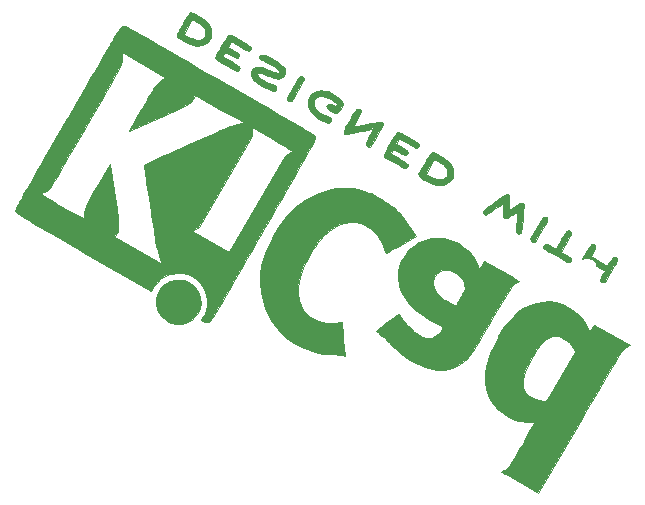
<source format=gbo>
G04 #@! TF.GenerationSoftware,KiCad,Pcbnew,(5.1.2)-1*
G04 #@! TF.CreationDate,2019-08-22T02:38:18+09:00*
G04 #@! TF.ProjectId,AIR_SRV_SIX,4149525f-5352-4565-9f53-49582e6b6963,rev?*
G04 #@! TF.SameCoordinates,PXaba9500PY47868c0*
G04 #@! TF.FileFunction,Legend,Bot*
G04 #@! TF.FilePolarity,Positive*
%FSLAX46Y46*%
G04 Gerber Fmt 4.6, Leading zero omitted, Abs format (unit mm)*
G04 Created by KiCad (PCBNEW (5.1.2)-1) date 2019-08-22 02:38:18*
%MOMM*%
%LPD*%
G04 APERTURE LIST*
%ADD10C,0.010000*%
%ADD11C,3.302000*%
%ADD12R,1.702000X1.702000*%
%ADD13O,1.702000X1.702000*%
%ADD14R,2.102000X2.102000*%
%ADD15C,2.102000*%
%ADD16C,0.100000*%
%ADD17C,1.302000*%
%ADD18O,1.852000X1.302000*%
%ADD19O,1.302000X1.852000*%
%ADD20C,1.802000*%
%ADD21O,2.052000X1.802000*%
%ADD22C,2.602000*%
%ADD23C,1.702000*%
%ADD24C,1.702000*%
%ADD25C,1.626000*%
G04 APERTURE END LIST*
D10*
G36*
X54765900Y-36447929D02*
G01*
X54880545Y-36512574D01*
X55219162Y-36697331D01*
X55512676Y-36834877D01*
X55772103Y-36928147D01*
X56008456Y-36980080D01*
X56232752Y-36993608D01*
X56456005Y-36971669D01*
X56540788Y-36955099D01*
X56700750Y-36894144D01*
X56875212Y-36786834D01*
X57040099Y-36651434D01*
X57171333Y-36506210D01*
X57210387Y-36447095D01*
X57285268Y-36263953D01*
X57330325Y-36042694D01*
X57341894Y-35815323D01*
X57316317Y-35613845D01*
X57308784Y-35586969D01*
X57230921Y-35383672D01*
X57124095Y-35198391D01*
X56980465Y-35023358D01*
X56792188Y-34850808D01*
X56551422Y-34672975D01*
X56250327Y-34482092D01*
X56109656Y-34399431D01*
X55929503Y-34296573D01*
X55801074Y-34227247D01*
X55711629Y-34186144D01*
X55648432Y-34167952D01*
X55598743Y-34167362D01*
X55568240Y-34173746D01*
X55536621Y-34184640D01*
X55505435Y-34204239D01*
X55469827Y-34239813D01*
X55424938Y-34298629D01*
X55365911Y-34387957D01*
X55287887Y-34515067D01*
X55186012Y-34687228D01*
X55055427Y-34911708D01*
X54929212Y-35130058D01*
X54760303Y-35420958D01*
X54626100Y-35653762D01*
X54564532Y-35766803D01*
X54985970Y-36010120D01*
X55719748Y-34739180D01*
X55988457Y-34894648D01*
X56147554Y-34992689D01*
X56310088Y-35102465D01*
X56441803Y-35200802D01*
X56445705Y-35203974D01*
X56642290Y-35391125D01*
X56769834Y-35579473D01*
X56833954Y-35779727D01*
X56843077Y-35961729D01*
X56810959Y-36139235D01*
X56727157Y-36274935D01*
X56580465Y-36387567D01*
X56372271Y-36471496D01*
X56140757Y-36489093D01*
X55881187Y-36440338D01*
X55721478Y-36383911D01*
X55546893Y-36308242D01*
X55365516Y-36221710D01*
X55214672Y-36142182D01*
X55205916Y-36137162D01*
X54985970Y-36010120D01*
X54564532Y-35766803D01*
X54526303Y-35836996D01*
X54460613Y-35979188D01*
X54428731Y-36088865D01*
X54430353Y-36174551D01*
X54465181Y-36244774D01*
X54532915Y-36308060D01*
X54633255Y-36372936D01*
X54765900Y-36447929D01*
X54765900Y-36447929D01*
G37*
X54765900Y-36447929D02*
X54880545Y-36512574D01*
X55219162Y-36697331D01*
X55512676Y-36834877D01*
X55772103Y-36928147D01*
X56008456Y-36980080D01*
X56232752Y-36993608D01*
X56456005Y-36971669D01*
X56540788Y-36955099D01*
X56700750Y-36894144D01*
X56875212Y-36786834D01*
X57040099Y-36651434D01*
X57171333Y-36506210D01*
X57210387Y-36447095D01*
X57285268Y-36263953D01*
X57330325Y-36042694D01*
X57341894Y-35815323D01*
X57316317Y-35613845D01*
X57308784Y-35586969D01*
X57230921Y-35383672D01*
X57124095Y-35198391D01*
X56980465Y-35023358D01*
X56792188Y-34850808D01*
X56551422Y-34672975D01*
X56250327Y-34482092D01*
X56109656Y-34399431D01*
X55929503Y-34296573D01*
X55801074Y-34227247D01*
X55711629Y-34186144D01*
X55648432Y-34167952D01*
X55598743Y-34167362D01*
X55568240Y-34173746D01*
X55536621Y-34184640D01*
X55505435Y-34204239D01*
X55469827Y-34239813D01*
X55424938Y-34298629D01*
X55365911Y-34387957D01*
X55287887Y-34515067D01*
X55186012Y-34687228D01*
X55055427Y-34911708D01*
X54929212Y-35130058D01*
X54760303Y-35420958D01*
X54626100Y-35653762D01*
X54564532Y-35766803D01*
X54985970Y-36010120D01*
X55719748Y-34739180D01*
X55988457Y-34894648D01*
X56147554Y-34992689D01*
X56310088Y-35102465D01*
X56441803Y-35200802D01*
X56445705Y-35203974D01*
X56642290Y-35391125D01*
X56769834Y-35579473D01*
X56833954Y-35779727D01*
X56843077Y-35961729D01*
X56810959Y-36139235D01*
X56727157Y-36274935D01*
X56580465Y-36387567D01*
X56372271Y-36471496D01*
X56140757Y-36489093D01*
X55881187Y-36440338D01*
X55721478Y-36383911D01*
X55546893Y-36308242D01*
X55365516Y-36221710D01*
X55214672Y-36142182D01*
X55205916Y-36137162D01*
X54985970Y-36010120D01*
X54564532Y-35766803D01*
X54526303Y-35836996D01*
X54460613Y-35979188D01*
X54428731Y-36088865D01*
X54430353Y-36174551D01*
X54465181Y-36244774D01*
X54532915Y-36308060D01*
X54633255Y-36372936D01*
X54765900Y-36447929D01*
G36*
X58832245Y-38795325D02*
G01*
X59033231Y-38909931D01*
X59185910Y-38994747D01*
X59298639Y-39053822D01*
X59379776Y-39091208D01*
X59437679Y-39110959D01*
X59480707Y-39117123D01*
X59517215Y-39113755D01*
X59531474Y-39110736D01*
X59640323Y-39054038D01*
X59710080Y-38956956D01*
X59725329Y-38843817D01*
X59718636Y-38815308D01*
X59700897Y-38781171D01*
X59663656Y-38741237D01*
X59598916Y-38689990D01*
X59498680Y-38621916D01*
X59354949Y-38531501D01*
X59159726Y-38413232D01*
X58980508Y-38306377D01*
X58270492Y-37884715D01*
X58368904Y-37691690D01*
X58467316Y-37498665D01*
X58952715Y-37778910D01*
X59164494Y-37898757D01*
X59323159Y-37980223D01*
X59439242Y-38025088D01*
X59523276Y-38035134D01*
X59585795Y-38012140D01*
X59637332Y-37957889D01*
X59673394Y-37900743D01*
X59707663Y-37824864D01*
X59711185Y-37756406D01*
X59677249Y-37687812D01*
X59599145Y-37611526D01*
X59470164Y-37519988D01*
X59283595Y-37405641D01*
X59180439Y-37345524D01*
X58715162Y-37076896D01*
X58978569Y-36620661D01*
X59695510Y-37034587D01*
X59930707Y-37169942D01*
X60110163Y-37271591D01*
X60243075Y-37343869D01*
X60338638Y-37391113D01*
X60406049Y-37417653D01*
X60454506Y-37427827D01*
X60493204Y-37425971D01*
X60515257Y-37420966D01*
X60609382Y-37371796D01*
X60665099Y-37311949D01*
X60691102Y-37214568D01*
X60684590Y-37127672D01*
X60673242Y-37094949D01*
X60652764Y-37062804D01*
X60615599Y-37026136D01*
X60554191Y-36979848D01*
X60460983Y-36918839D01*
X60328418Y-36838010D01*
X60148940Y-36732259D01*
X59914993Y-36596490D01*
X59793455Y-36526274D01*
X59533009Y-36376212D01*
X59329383Y-36260061D01*
X59174384Y-36173827D01*
X59059819Y-36113517D01*
X58977490Y-36075134D01*
X58919205Y-36054686D01*
X58876766Y-36048176D01*
X58841982Y-36051614D01*
X58827062Y-36055228D01*
X58795350Y-36066160D01*
X58764085Y-36085830D01*
X58728389Y-36121535D01*
X58683384Y-36180563D01*
X58624192Y-36270211D01*
X58545939Y-36397770D01*
X58443745Y-36570534D01*
X58312734Y-36795794D01*
X58191312Y-37005858D01*
X58036049Y-37275007D01*
X57914599Y-37486928D01*
X57823145Y-37649566D01*
X57757869Y-37770871D01*
X57714953Y-37858788D01*
X57690580Y-37921264D01*
X57680930Y-37966247D01*
X57682187Y-38001682D01*
X57690534Y-38035517D01*
X57692884Y-38043344D01*
X57705484Y-38079259D01*
X57724931Y-38112665D01*
X57758925Y-38148833D01*
X57815165Y-38193036D01*
X57901356Y-38250543D01*
X58025194Y-38326628D01*
X58194383Y-38426558D01*
X58416621Y-38555608D01*
X58574594Y-38646876D01*
X58832245Y-38795325D01*
X58832245Y-38795325D01*
G37*
X58832245Y-38795325D02*
X59033231Y-38909931D01*
X59185910Y-38994747D01*
X59298639Y-39053822D01*
X59379776Y-39091208D01*
X59437679Y-39110959D01*
X59480707Y-39117123D01*
X59517215Y-39113755D01*
X59531474Y-39110736D01*
X59640323Y-39054038D01*
X59710080Y-38956956D01*
X59725329Y-38843817D01*
X59718636Y-38815308D01*
X59700897Y-38781171D01*
X59663656Y-38741237D01*
X59598916Y-38689990D01*
X59498680Y-38621916D01*
X59354949Y-38531501D01*
X59159726Y-38413232D01*
X58980508Y-38306377D01*
X58270492Y-37884715D01*
X58368904Y-37691690D01*
X58467316Y-37498665D01*
X58952715Y-37778910D01*
X59164494Y-37898757D01*
X59323159Y-37980223D01*
X59439242Y-38025088D01*
X59523276Y-38035134D01*
X59585795Y-38012140D01*
X59637332Y-37957889D01*
X59673394Y-37900743D01*
X59707663Y-37824864D01*
X59711185Y-37756406D01*
X59677249Y-37687812D01*
X59599145Y-37611526D01*
X59470164Y-37519988D01*
X59283595Y-37405641D01*
X59180439Y-37345524D01*
X58715162Y-37076896D01*
X58978569Y-36620661D01*
X59695510Y-37034587D01*
X59930707Y-37169942D01*
X60110163Y-37271591D01*
X60243075Y-37343869D01*
X60338638Y-37391113D01*
X60406049Y-37417653D01*
X60454506Y-37427827D01*
X60493204Y-37425971D01*
X60515257Y-37420966D01*
X60609382Y-37371796D01*
X60665099Y-37311949D01*
X60691102Y-37214568D01*
X60684590Y-37127672D01*
X60673242Y-37094949D01*
X60652764Y-37062804D01*
X60615599Y-37026136D01*
X60554191Y-36979848D01*
X60460983Y-36918839D01*
X60328418Y-36838010D01*
X60148940Y-36732259D01*
X59914993Y-36596490D01*
X59793455Y-36526274D01*
X59533009Y-36376212D01*
X59329383Y-36260061D01*
X59174384Y-36173827D01*
X59059819Y-36113517D01*
X58977490Y-36075134D01*
X58919205Y-36054686D01*
X58876766Y-36048176D01*
X58841982Y-36051614D01*
X58827062Y-36055228D01*
X58795350Y-36066160D01*
X58764085Y-36085830D01*
X58728389Y-36121535D01*
X58683384Y-36180563D01*
X58624192Y-36270211D01*
X58545939Y-36397770D01*
X58443745Y-36570534D01*
X58312734Y-36795794D01*
X58191312Y-37005858D01*
X58036049Y-37275007D01*
X57914599Y-37486928D01*
X57823145Y-37649566D01*
X57757869Y-37770871D01*
X57714953Y-37858788D01*
X57690580Y-37921264D01*
X57680930Y-37966247D01*
X57682187Y-38001682D01*
X57690534Y-38035517D01*
X57692884Y-38043344D01*
X57705484Y-38079259D01*
X57724931Y-38112665D01*
X57758925Y-38148833D01*
X57815165Y-38193036D01*
X57901356Y-38250543D01*
X58025194Y-38326628D01*
X58194383Y-38426558D01*
X58416621Y-38555608D01*
X58574594Y-38646876D01*
X58832245Y-38795325D01*
G36*
X61781891Y-40493667D02*
G01*
X62006580Y-40603260D01*
X62221060Y-40695647D01*
X62413143Y-40764978D01*
X62570639Y-40805397D01*
X62681361Y-40811051D01*
X62701910Y-40805763D01*
X62805176Y-40732280D01*
X62850508Y-40621808D01*
X62830356Y-40493264D01*
X62828430Y-40488802D01*
X62802399Y-40437751D01*
X62767145Y-40398455D01*
X62707527Y-40361735D01*
X62608404Y-40318408D01*
X62454639Y-40259296D01*
X62442221Y-40254625D01*
X62217349Y-40159190D01*
X61983455Y-40041118D01*
X61756168Y-39910058D01*
X61551117Y-39775658D01*
X61383928Y-39647569D01*
X61270232Y-39535437D01*
X61263461Y-39526856D01*
X61197780Y-39416407D01*
X61195453Y-39341663D01*
X61253414Y-39302940D01*
X61368598Y-39300552D01*
X61537939Y-39334815D01*
X61758372Y-39406044D01*
X61900859Y-39461328D01*
X62195231Y-39579387D01*
X62432026Y-39668660D01*
X62622236Y-39731385D01*
X62776851Y-39769800D01*
X62906863Y-39786141D01*
X63023261Y-39782648D01*
X63137036Y-39761557D01*
X63235170Y-39732996D01*
X63359230Y-39685887D01*
X63439190Y-39629955D01*
X63504840Y-39542066D01*
X63525194Y-39507749D01*
X63582990Y-39388249D01*
X63598675Y-39283576D01*
X63584301Y-39174332D01*
X63533069Y-38990447D01*
X63452388Y-38826188D01*
X63334138Y-38673031D01*
X63170199Y-38522449D01*
X62952453Y-38365917D01*
X62672779Y-38194910D01*
X62625850Y-38167978D01*
X62434331Y-38062635D01*
X62241496Y-37963187D01*
X62068546Y-37880168D01*
X61936677Y-37824111D01*
X61925716Y-37820089D01*
X61786501Y-37778393D01*
X61661467Y-37755068D01*
X61583319Y-37754620D01*
X61477563Y-37811414D01*
X61414331Y-37912138D01*
X61408549Y-38031098D01*
X61413116Y-38047564D01*
X61438952Y-38103569D01*
X61485848Y-38148348D01*
X61571597Y-38194843D01*
X61680890Y-38242284D01*
X61801496Y-38297927D01*
X61967183Y-38381784D01*
X62158353Y-38483592D01*
X62355410Y-38593087D01*
X62406873Y-38622516D01*
X62602348Y-38736428D01*
X62743546Y-38823020D01*
X62842322Y-38890897D01*
X62910530Y-38948665D01*
X62960026Y-39004926D01*
X62986990Y-39043551D01*
X63040459Y-39138446D01*
X63067116Y-39211821D01*
X63067565Y-39228517D01*
X63022213Y-39270208D01*
X62917886Y-39275682D01*
X62761132Y-39245738D01*
X62558500Y-39181174D01*
X62500431Y-39159327D01*
X62198429Y-39042953D01*
X61956457Y-38951718D01*
X61764462Y-38883341D01*
X61612388Y-38835539D01*
X61490182Y-38806028D01*
X61387789Y-38792527D01*
X61295153Y-38792750D01*
X61202223Y-38804416D01*
X61098942Y-38825242D01*
X61063696Y-38833101D01*
X60937362Y-38865434D01*
X60858501Y-38903311D01*
X60800451Y-38965240D01*
X60745665Y-39053887D01*
X60673308Y-39247971D01*
X60675514Y-39449641D01*
X60752053Y-39658116D01*
X60902693Y-39872615D01*
X61024810Y-40000320D01*
X61168452Y-40120195D01*
X61350638Y-40246281D01*
X61559181Y-40372722D01*
X61781891Y-40493667D01*
X61781891Y-40493667D01*
G37*
X61781891Y-40493667D02*
X62006580Y-40603260D01*
X62221060Y-40695647D01*
X62413143Y-40764978D01*
X62570639Y-40805397D01*
X62681361Y-40811051D01*
X62701910Y-40805763D01*
X62805176Y-40732280D01*
X62850508Y-40621808D01*
X62830356Y-40493264D01*
X62828430Y-40488802D01*
X62802399Y-40437751D01*
X62767145Y-40398455D01*
X62707527Y-40361735D01*
X62608404Y-40318408D01*
X62454639Y-40259296D01*
X62442221Y-40254625D01*
X62217349Y-40159190D01*
X61983455Y-40041118D01*
X61756168Y-39910058D01*
X61551117Y-39775658D01*
X61383928Y-39647569D01*
X61270232Y-39535437D01*
X61263461Y-39526856D01*
X61197780Y-39416407D01*
X61195453Y-39341663D01*
X61253414Y-39302940D01*
X61368598Y-39300552D01*
X61537939Y-39334815D01*
X61758372Y-39406044D01*
X61900859Y-39461328D01*
X62195231Y-39579387D01*
X62432026Y-39668660D01*
X62622236Y-39731385D01*
X62776851Y-39769800D01*
X62906863Y-39786141D01*
X63023261Y-39782648D01*
X63137036Y-39761557D01*
X63235170Y-39732996D01*
X63359230Y-39685887D01*
X63439190Y-39629955D01*
X63504840Y-39542066D01*
X63525194Y-39507749D01*
X63582990Y-39388249D01*
X63598675Y-39283576D01*
X63584301Y-39174332D01*
X63533069Y-38990447D01*
X63452388Y-38826188D01*
X63334138Y-38673031D01*
X63170199Y-38522449D01*
X62952453Y-38365917D01*
X62672779Y-38194910D01*
X62625850Y-38167978D01*
X62434331Y-38062635D01*
X62241496Y-37963187D01*
X62068546Y-37880168D01*
X61936677Y-37824111D01*
X61925716Y-37820089D01*
X61786501Y-37778393D01*
X61661467Y-37755068D01*
X61583319Y-37754620D01*
X61477563Y-37811414D01*
X61414331Y-37912138D01*
X61408549Y-38031098D01*
X61413116Y-38047564D01*
X61438952Y-38103569D01*
X61485848Y-38148348D01*
X61571597Y-38194843D01*
X61680890Y-38242284D01*
X61801496Y-38297927D01*
X61967183Y-38381784D01*
X62158353Y-38483592D01*
X62355410Y-38593087D01*
X62406873Y-38622516D01*
X62602348Y-38736428D01*
X62743546Y-38823020D01*
X62842322Y-38890897D01*
X62910530Y-38948665D01*
X62960026Y-39004926D01*
X62986990Y-39043551D01*
X63040459Y-39138446D01*
X63067116Y-39211821D01*
X63067565Y-39228517D01*
X63022213Y-39270208D01*
X62917886Y-39275682D01*
X62761132Y-39245738D01*
X62558500Y-39181174D01*
X62500431Y-39159327D01*
X62198429Y-39042953D01*
X61956457Y-38951718D01*
X61764462Y-38883341D01*
X61612388Y-38835539D01*
X61490182Y-38806028D01*
X61387789Y-38792527D01*
X61295153Y-38792750D01*
X61202223Y-38804416D01*
X61098942Y-38825242D01*
X61063696Y-38833101D01*
X60937362Y-38865434D01*
X60858501Y-38903311D01*
X60800451Y-38965240D01*
X60745665Y-39053887D01*
X60673308Y-39247971D01*
X60675514Y-39449641D01*
X60752053Y-39658116D01*
X60902693Y-39872615D01*
X61024810Y-40000320D01*
X61168452Y-40120195D01*
X61350638Y-40246281D01*
X61559181Y-40372722D01*
X61781891Y-40493667D01*
G36*
X64034060Y-41711998D02*
G01*
X64065679Y-41701104D01*
X64096864Y-41681505D01*
X64132473Y-41645932D01*
X64177362Y-41587115D01*
X64236389Y-41497787D01*
X64314412Y-41370677D01*
X64416287Y-41198516D01*
X64546872Y-40974036D01*
X64673088Y-40755687D01*
X64829299Y-40484658D01*
X64951509Y-40270828D01*
X65043585Y-40106355D01*
X65109396Y-39983397D01*
X65152807Y-39894114D01*
X65177683Y-39830664D01*
X65187893Y-39785208D01*
X65187302Y-39749902D01*
X65181764Y-39724117D01*
X65119291Y-39612299D01*
X65014834Y-39558788D01*
X64888233Y-39568310D01*
X64853398Y-39580453D01*
X64820883Y-39599104D01*
X64785650Y-39631698D01*
X64742655Y-39685669D01*
X64686858Y-39768453D01*
X64613218Y-39887483D01*
X64516694Y-40050195D01*
X64392245Y-40264023D01*
X64252077Y-40506529D01*
X63730323Y-41410233D01*
X63764131Y-41536404D01*
X63823872Y-41660626D01*
X63918112Y-41718268D01*
X64034060Y-41711998D01*
X64034060Y-41711998D01*
G37*
X64034060Y-41711998D02*
X64065679Y-41701104D01*
X64096864Y-41681505D01*
X64132473Y-41645932D01*
X64177362Y-41587115D01*
X64236389Y-41497787D01*
X64314412Y-41370677D01*
X64416287Y-41198516D01*
X64546872Y-40974036D01*
X64673088Y-40755687D01*
X64829299Y-40484658D01*
X64951509Y-40270828D01*
X65043585Y-40106355D01*
X65109396Y-39983397D01*
X65152807Y-39894114D01*
X65177683Y-39830664D01*
X65187893Y-39785208D01*
X65187302Y-39749902D01*
X65181764Y-39724117D01*
X65119291Y-39612299D01*
X65014834Y-39558788D01*
X64888233Y-39568310D01*
X64853398Y-39580453D01*
X64820883Y-39599104D01*
X64785650Y-39631698D01*
X64742655Y-39685669D01*
X64686858Y-39768453D01*
X64613218Y-39887483D01*
X64516694Y-40050195D01*
X64392245Y-40264023D01*
X64252077Y-40506529D01*
X63730323Y-41410233D01*
X63764131Y-41536404D01*
X63823872Y-41660626D01*
X63918112Y-41718268D01*
X64034060Y-41711998D01*
G36*
X66816598Y-43384107D02*
G01*
X67033550Y-43465113D01*
X67215243Y-43501226D01*
X67353289Y-43490353D01*
X67402594Y-43467147D01*
X67482020Y-43392821D01*
X67510669Y-43300638D01*
X67497135Y-43189722D01*
X67427623Y-43101355D01*
X67294760Y-43028564D01*
X67181994Y-42989591D01*
X66935001Y-42896777D01*
X66702568Y-42767314D01*
X66462198Y-42588124D01*
X66398383Y-42534157D01*
X66197635Y-42328117D01*
X66068111Y-42119251D01*
X66010874Y-41910462D01*
X66026995Y-41704651D01*
X66059222Y-41612041D01*
X66167357Y-41448829D01*
X66321125Y-41337972D01*
X66512708Y-41278845D01*
X66734287Y-41270826D01*
X66978042Y-41313290D01*
X67236152Y-41405614D01*
X67500801Y-41547173D01*
X67764166Y-41737347D01*
X67778413Y-41749165D01*
X67877759Y-41834168D01*
X67927918Y-41889829D01*
X67937513Y-41934990D01*
X67915172Y-41988490D01*
X67900091Y-42014945D01*
X67836171Y-42125659D01*
X67638499Y-42011533D01*
X67457038Y-41922710D01*
X67315915Y-41892040D01*
X67207577Y-41919623D01*
X67124467Y-42005561D01*
X67116591Y-42018494D01*
X67081722Y-42112831D01*
X67096729Y-42203232D01*
X67167108Y-42297956D01*
X67298357Y-42405265D01*
X67433692Y-42494994D01*
X67634809Y-42617760D01*
X67787173Y-42695578D01*
X67904308Y-42725754D01*
X67999739Y-42705592D01*
X68086989Y-42632401D01*
X68179584Y-42503487D01*
X68285787Y-42325270D01*
X68397495Y-42122396D01*
X68464009Y-41978930D01*
X68485592Y-41894297D01*
X68484914Y-41886299D01*
X68425106Y-41730447D01*
X68301997Y-41563291D01*
X68125139Y-41392400D01*
X67904086Y-41225342D01*
X67648392Y-41069684D01*
X67367609Y-40932993D01*
X67195420Y-40864805D01*
X66905883Y-40791562D01*
X66608093Y-40773179D01*
X66328144Y-40810831D01*
X66281462Y-40823709D01*
X66113322Y-40894081D01*
X65937169Y-40999906D01*
X65776094Y-41124479D01*
X65653180Y-41251093D01*
X65615819Y-41305407D01*
X65566447Y-41435191D01*
X65532117Y-41612313D01*
X65515308Y-41809908D01*
X65518491Y-42001112D01*
X65538979Y-42139425D01*
X65633470Y-42382125D01*
X65796088Y-42625764D01*
X66020149Y-42863095D01*
X66298970Y-43086870D01*
X66572774Y-43260296D01*
X66816598Y-43384107D01*
X66816598Y-43384107D01*
G37*
X66816598Y-43384107D02*
X67033550Y-43465113D01*
X67215243Y-43501226D01*
X67353289Y-43490353D01*
X67402594Y-43467147D01*
X67482020Y-43392821D01*
X67510669Y-43300638D01*
X67497135Y-43189722D01*
X67427623Y-43101355D01*
X67294760Y-43028564D01*
X67181994Y-42989591D01*
X66935001Y-42896777D01*
X66702568Y-42767314D01*
X66462198Y-42588124D01*
X66398383Y-42534157D01*
X66197635Y-42328117D01*
X66068111Y-42119251D01*
X66010874Y-41910462D01*
X66026995Y-41704651D01*
X66059222Y-41612041D01*
X66167357Y-41448829D01*
X66321125Y-41337972D01*
X66512708Y-41278845D01*
X66734287Y-41270826D01*
X66978042Y-41313290D01*
X67236152Y-41405614D01*
X67500801Y-41547173D01*
X67764166Y-41737347D01*
X67778413Y-41749165D01*
X67877759Y-41834168D01*
X67927918Y-41889829D01*
X67937513Y-41934990D01*
X67915172Y-41988490D01*
X67900091Y-42014945D01*
X67836171Y-42125659D01*
X67638499Y-42011533D01*
X67457038Y-41922710D01*
X67315915Y-41892040D01*
X67207577Y-41919623D01*
X67124467Y-42005561D01*
X67116591Y-42018494D01*
X67081722Y-42112831D01*
X67096729Y-42203232D01*
X67167108Y-42297956D01*
X67298357Y-42405265D01*
X67433692Y-42494994D01*
X67634809Y-42617760D01*
X67787173Y-42695578D01*
X67904308Y-42725754D01*
X67999739Y-42705592D01*
X68086989Y-42632401D01*
X68179584Y-42503487D01*
X68285787Y-42325270D01*
X68397495Y-42122396D01*
X68464009Y-41978930D01*
X68485592Y-41894297D01*
X68484914Y-41886299D01*
X68425106Y-41730447D01*
X68301997Y-41563291D01*
X68125139Y-41392400D01*
X67904086Y-41225342D01*
X67648392Y-41069684D01*
X67367609Y-40932993D01*
X67195420Y-40864805D01*
X66905883Y-40791562D01*
X66608093Y-40773179D01*
X66328144Y-40810831D01*
X66281462Y-40823709D01*
X66113322Y-40894081D01*
X65937169Y-40999906D01*
X65776094Y-41124479D01*
X65653180Y-41251093D01*
X65615819Y-41305407D01*
X65566447Y-41435191D01*
X65532117Y-41612313D01*
X65515308Y-41809908D01*
X65518491Y-42001112D01*
X65538979Y-42139425D01*
X65633470Y-42382125D01*
X65796088Y-42625764D01*
X66020149Y-42863095D01*
X66298970Y-43086870D01*
X66572774Y-43260296D01*
X66816598Y-43384107D01*
G36*
X68690975Y-44470707D02*
G01*
X68782045Y-44470076D01*
X68908675Y-44456168D01*
X69077250Y-44428567D01*
X69294155Y-44386864D01*
X69565777Y-44330645D01*
X69898499Y-44259497D01*
X70279945Y-44177065D01*
X71074347Y-44005269D01*
X70724225Y-44649328D01*
X70603979Y-44871186D01*
X70515727Y-45037152D01*
X70455304Y-45157336D01*
X70418547Y-45241852D01*
X70401293Y-45300808D01*
X70399378Y-45344320D01*
X70408638Y-45382497D01*
X70415110Y-45400031D01*
X70483204Y-45512293D01*
X70582677Y-45559059D01*
X70684906Y-45555760D01*
X70797783Y-45537923D01*
X71332272Y-44634258D01*
X71489300Y-44368394D01*
X71611923Y-44159117D01*
X71704198Y-43998323D01*
X71770181Y-43877910D01*
X71813927Y-43789774D01*
X71839492Y-43725813D01*
X71850932Y-43677924D01*
X71852305Y-43638003D01*
X71848416Y-43603105D01*
X71835631Y-43535166D01*
X71814204Y-43482654D01*
X71776879Y-43445696D01*
X71716404Y-43424428D01*
X71625527Y-43418977D01*
X71496995Y-43429476D01*
X71323553Y-43456055D01*
X71097950Y-43498847D01*
X70812934Y-43557981D01*
X70488499Y-43627691D01*
X69321609Y-43880213D01*
X69670533Y-43238229D01*
X69790538Y-43016763D01*
X69878558Y-42851168D01*
X69938759Y-42731312D01*
X69975310Y-42647060D01*
X69992380Y-42588277D01*
X69994135Y-42544831D01*
X69984746Y-42506588D01*
X69978460Y-42489583D01*
X69903523Y-42372839D01*
X69797853Y-42322914D01*
X69669358Y-42342616D01*
X69632907Y-42359344D01*
X69598144Y-42383385D01*
X69559935Y-42422363D01*
X69513148Y-42483894D01*
X69452645Y-42575599D01*
X69373297Y-42705096D01*
X69269968Y-42880006D01*
X69137525Y-43107948D01*
X69039909Y-43276872D01*
X68887540Y-43541272D01*
X68769010Y-43748889D01*
X68680284Y-43907980D01*
X68617332Y-44026801D01*
X68576122Y-44113607D01*
X68552622Y-44176653D01*
X68542800Y-44224195D01*
X68542624Y-44264490D01*
X68545544Y-44289119D01*
X68554592Y-44348693D01*
X68567273Y-44397052D01*
X68589975Y-44433782D01*
X68629080Y-44458471D01*
X68690975Y-44470707D01*
X68690975Y-44470707D01*
G37*
X68690975Y-44470707D02*
X68782045Y-44470076D01*
X68908675Y-44456168D01*
X69077250Y-44428567D01*
X69294155Y-44386864D01*
X69565777Y-44330645D01*
X69898499Y-44259497D01*
X70279945Y-44177065D01*
X71074347Y-44005269D01*
X70724225Y-44649328D01*
X70603979Y-44871186D01*
X70515727Y-45037152D01*
X70455304Y-45157336D01*
X70418547Y-45241852D01*
X70401293Y-45300808D01*
X70399378Y-45344320D01*
X70408638Y-45382497D01*
X70415110Y-45400031D01*
X70483204Y-45512293D01*
X70582677Y-45559059D01*
X70684906Y-45555760D01*
X70797783Y-45537923D01*
X71332272Y-44634258D01*
X71489300Y-44368394D01*
X71611923Y-44159117D01*
X71704198Y-43998323D01*
X71770181Y-43877910D01*
X71813927Y-43789774D01*
X71839492Y-43725813D01*
X71850932Y-43677924D01*
X71852305Y-43638003D01*
X71848416Y-43603105D01*
X71835631Y-43535166D01*
X71814204Y-43482654D01*
X71776879Y-43445696D01*
X71716404Y-43424428D01*
X71625527Y-43418977D01*
X71496995Y-43429476D01*
X71323553Y-43456055D01*
X71097950Y-43498847D01*
X70812934Y-43557981D01*
X70488499Y-43627691D01*
X69321609Y-43880213D01*
X69670533Y-43238229D01*
X69790538Y-43016763D01*
X69878558Y-42851168D01*
X69938759Y-42731312D01*
X69975310Y-42647060D01*
X69992380Y-42588277D01*
X69994135Y-42544831D01*
X69984746Y-42506588D01*
X69978460Y-42489583D01*
X69903523Y-42372839D01*
X69797853Y-42322914D01*
X69669358Y-42342616D01*
X69632907Y-42359344D01*
X69598144Y-42383385D01*
X69559935Y-42422363D01*
X69513148Y-42483894D01*
X69452645Y-42575599D01*
X69373297Y-42705096D01*
X69269968Y-42880006D01*
X69137525Y-43107948D01*
X69039909Y-43276872D01*
X68887540Y-43541272D01*
X68769010Y-43748889D01*
X68680284Y-43907980D01*
X68617332Y-44026801D01*
X68576122Y-44113607D01*
X68552622Y-44176653D01*
X68542800Y-44224195D01*
X68542624Y-44264490D01*
X68545544Y-44289119D01*
X68554592Y-44348693D01*
X68567273Y-44397052D01*
X68589975Y-44433782D01*
X68629080Y-44458471D01*
X68690975Y-44470707D01*
G36*
X73102042Y-47033559D02*
G01*
X73323994Y-47158185D01*
X73496475Y-47249540D01*
X73627156Y-47310118D01*
X73723704Y-47342413D01*
X73793790Y-47348918D01*
X73845084Y-47332126D01*
X73885254Y-47294533D01*
X73921970Y-47238632D01*
X73925930Y-47231813D01*
X73960800Y-47164738D01*
X73976315Y-47106298D01*
X73966165Y-47050125D01*
X73924037Y-46989858D01*
X73843621Y-46919128D01*
X73718605Y-46831572D01*
X73542678Y-46720824D01*
X73309529Y-46580520D01*
X73237860Y-46537880D01*
X72544130Y-46125604D01*
X72642542Y-45932579D01*
X72740955Y-45739554D01*
X73226353Y-46019799D01*
X73416390Y-46128585D01*
X73553503Y-46203801D01*
X73649380Y-46250479D01*
X73715709Y-46273641D01*
X73764178Y-46278317D01*
X73806472Y-46269532D01*
X73806764Y-46269438D01*
X73913428Y-46201619D01*
X73972158Y-46095669D01*
X73970645Y-45975572D01*
X73965435Y-45960311D01*
X73941785Y-45915073D01*
X73900152Y-45869065D01*
X73829856Y-45814464D01*
X73720216Y-45743447D01*
X73560551Y-45648195D01*
X73457718Y-45588515D01*
X72988799Y-45317785D01*
X73252207Y-44861550D01*
X73964097Y-45272560D01*
X74199371Y-45407848D01*
X74378828Y-45509216D01*
X74511477Y-45580973D01*
X74606330Y-45627425D01*
X74672397Y-45652882D01*
X74718687Y-45661649D01*
X74754213Y-45658035D01*
X74764327Y-45655113D01*
X74863567Y-45590987D01*
X74926795Y-45489356D01*
X74940374Y-45377429D01*
X74926729Y-45331114D01*
X74904384Y-45297053D01*
X74862651Y-45256588D01*
X74794060Y-45204831D01*
X74691133Y-45136894D01*
X74546397Y-45047886D01*
X74352379Y-44932922D01*
X74101602Y-44787112D01*
X74044817Y-44754302D01*
X73789291Y-44606996D01*
X73590486Y-44493445D01*
X73440014Y-44409652D01*
X73329494Y-44351615D01*
X73250539Y-44315337D01*
X73194765Y-44296820D01*
X73153786Y-44292066D01*
X73119218Y-44297075D01*
X73098421Y-44302995D01*
X73065054Y-44315482D01*
X73032694Y-44336134D01*
X72996349Y-44372380D01*
X72951024Y-44431654D01*
X72891722Y-44521386D01*
X72813449Y-44649008D01*
X72711211Y-44821951D01*
X72580014Y-45047646D01*
X72470068Y-45237884D01*
X72316331Y-45504638D01*
X72196452Y-45714522D01*
X72106432Y-45875706D01*
X72042267Y-45996362D01*
X71999960Y-46084661D01*
X71975507Y-46148774D01*
X71964907Y-46196874D01*
X71964160Y-46237132D01*
X71967306Y-46264675D01*
X71985273Y-46389535D01*
X72822950Y-46873168D01*
X73102042Y-47033559D01*
X73102042Y-47033559D01*
G37*
X73102042Y-47033559D02*
X73323994Y-47158185D01*
X73496475Y-47249540D01*
X73627156Y-47310118D01*
X73723704Y-47342413D01*
X73793790Y-47348918D01*
X73845084Y-47332126D01*
X73885254Y-47294533D01*
X73921970Y-47238632D01*
X73925930Y-47231813D01*
X73960800Y-47164738D01*
X73976315Y-47106298D01*
X73966165Y-47050125D01*
X73924037Y-46989858D01*
X73843621Y-46919128D01*
X73718605Y-46831572D01*
X73542678Y-46720824D01*
X73309529Y-46580520D01*
X73237860Y-46537880D01*
X72544130Y-46125604D01*
X72642542Y-45932579D01*
X72740955Y-45739554D01*
X73226353Y-46019799D01*
X73416390Y-46128585D01*
X73553503Y-46203801D01*
X73649380Y-46250479D01*
X73715709Y-46273641D01*
X73764178Y-46278317D01*
X73806472Y-46269532D01*
X73806764Y-46269438D01*
X73913428Y-46201619D01*
X73972158Y-46095669D01*
X73970645Y-45975572D01*
X73965435Y-45960311D01*
X73941785Y-45915073D01*
X73900152Y-45869065D01*
X73829856Y-45814464D01*
X73720216Y-45743447D01*
X73560551Y-45648195D01*
X73457718Y-45588515D01*
X72988799Y-45317785D01*
X73252207Y-44861550D01*
X73964097Y-45272560D01*
X74199371Y-45407848D01*
X74378828Y-45509216D01*
X74511477Y-45580973D01*
X74606330Y-45627425D01*
X74672397Y-45652882D01*
X74718687Y-45661649D01*
X74754213Y-45658035D01*
X74764327Y-45655113D01*
X74863567Y-45590987D01*
X74926795Y-45489356D01*
X74940374Y-45377429D01*
X74926729Y-45331114D01*
X74904384Y-45297053D01*
X74862651Y-45256588D01*
X74794060Y-45204831D01*
X74691133Y-45136894D01*
X74546397Y-45047886D01*
X74352379Y-44932922D01*
X74101602Y-44787112D01*
X74044817Y-44754302D01*
X73789291Y-44606996D01*
X73590486Y-44493445D01*
X73440014Y-44409652D01*
X73329494Y-44351615D01*
X73250539Y-44315337D01*
X73194765Y-44296820D01*
X73153786Y-44292066D01*
X73119218Y-44297075D01*
X73098421Y-44302995D01*
X73065054Y-44315482D01*
X73032694Y-44336134D01*
X72996349Y-44372380D01*
X72951024Y-44431654D01*
X72891722Y-44521386D01*
X72813449Y-44649008D01*
X72711211Y-44821951D01*
X72580014Y-45047646D01*
X72470068Y-45237884D01*
X72316331Y-45504638D01*
X72196452Y-45714522D01*
X72106432Y-45875706D01*
X72042267Y-45996362D01*
X71999960Y-46084661D01*
X71975507Y-46148774D01*
X71964907Y-46196874D01*
X71964160Y-46237132D01*
X71967306Y-46264675D01*
X71985273Y-46389535D01*
X72822950Y-46873168D01*
X73102042Y-47033559D01*
G36*
X75376729Y-48346793D02*
G01*
X75756329Y-48549169D01*
X76095055Y-48693830D01*
X76399449Y-48781504D01*
X76676052Y-48812920D01*
X76931404Y-48788806D01*
X77172049Y-48709893D01*
X77404526Y-48576910D01*
X77409644Y-48573349D01*
X77582889Y-48434226D01*
X77699431Y-48289714D01*
X77771603Y-48118233D01*
X77811738Y-47898202D01*
X77815403Y-47863308D01*
X77824905Y-47652184D01*
X77802647Y-47471957D01*
X77741992Y-47294657D01*
X77636301Y-47092308D01*
X77629800Y-47081177D01*
X77524810Y-46927511D01*
X77390694Y-46780585D01*
X77217938Y-46632511D01*
X76997027Y-46475397D01*
X76718447Y-46301355D01*
X76618497Y-46242502D01*
X76141176Y-45964635D01*
X76024059Y-46011505D01*
X75987723Y-46028173D01*
X75953057Y-46052121D01*
X75914951Y-46090942D01*
X75868295Y-46152227D01*
X75807979Y-46243568D01*
X75765613Y-46312666D01*
X76217735Y-46573698D01*
X76488750Y-46730169D01*
X76644662Y-46826368D01*
X76800417Y-46932567D01*
X76924095Y-47026921D01*
X76931323Y-47033027D01*
X77131883Y-47233708D01*
X77260732Y-47435636D01*
X77321132Y-47646613D01*
X77316343Y-47874436D01*
X77306410Y-47929815D01*
X77281399Y-48010554D01*
X77233666Y-48077030D01*
X77145364Y-48151148D01*
X77098179Y-48185360D01*
X76960091Y-48268940D01*
X76829305Y-48308000D01*
X76705443Y-48316272D01*
X76481579Y-48290848D01*
X76220052Y-48215062D01*
X75934568Y-48093545D01*
X75737262Y-47989160D01*
X75483957Y-47844639D01*
X76217735Y-46573698D01*
X75765613Y-46312666D01*
X75728892Y-46372556D01*
X75625925Y-46546782D01*
X75493968Y-46773839D01*
X75391218Y-46951637D01*
X74875493Y-47844900D01*
X74909301Y-47971071D01*
X74926081Y-48023989D01*
X74951647Y-48068355D01*
X74997231Y-48113196D01*
X75074065Y-48167539D01*
X75193381Y-48240416D01*
X75366411Y-48340853D01*
X75376729Y-48346793D01*
X75376729Y-48346793D01*
G37*
X75376729Y-48346793D02*
X75756329Y-48549169D01*
X76095055Y-48693830D01*
X76399449Y-48781504D01*
X76676052Y-48812920D01*
X76931404Y-48788806D01*
X77172049Y-48709893D01*
X77404526Y-48576910D01*
X77409644Y-48573349D01*
X77582889Y-48434226D01*
X77699431Y-48289714D01*
X77771603Y-48118233D01*
X77811738Y-47898202D01*
X77815403Y-47863308D01*
X77824905Y-47652184D01*
X77802647Y-47471957D01*
X77741992Y-47294657D01*
X77636301Y-47092308D01*
X77629800Y-47081177D01*
X77524810Y-46927511D01*
X77390694Y-46780585D01*
X77217938Y-46632511D01*
X76997027Y-46475397D01*
X76718447Y-46301355D01*
X76618497Y-46242502D01*
X76141176Y-45964635D01*
X76024059Y-46011505D01*
X75987723Y-46028173D01*
X75953057Y-46052121D01*
X75914951Y-46090942D01*
X75868295Y-46152227D01*
X75807979Y-46243568D01*
X75765613Y-46312666D01*
X76217735Y-46573698D01*
X76488750Y-46730169D01*
X76644662Y-46826368D01*
X76800417Y-46932567D01*
X76924095Y-47026921D01*
X76931323Y-47033027D01*
X77131883Y-47233708D01*
X77260732Y-47435636D01*
X77321132Y-47646613D01*
X77316343Y-47874436D01*
X77306410Y-47929815D01*
X77281399Y-48010554D01*
X77233666Y-48077030D01*
X77145364Y-48151148D01*
X77098179Y-48185360D01*
X76960091Y-48268940D01*
X76829305Y-48308000D01*
X76705443Y-48316272D01*
X76481579Y-48290848D01*
X76220052Y-48215062D01*
X75934568Y-48093545D01*
X75737262Y-47989160D01*
X75483957Y-47844639D01*
X76217735Y-46573698D01*
X75765613Y-46312666D01*
X75728892Y-46372556D01*
X75625925Y-46546782D01*
X75493968Y-46773839D01*
X75391218Y-46951637D01*
X74875493Y-47844900D01*
X74909301Y-47971071D01*
X74926081Y-48023989D01*
X74951647Y-48068355D01*
X74997231Y-48113196D01*
X75074065Y-48167539D01*
X75193381Y-48240416D01*
X75366411Y-48340853D01*
X75376729Y-48346793D01*
G36*
X83249974Y-52885641D02*
G01*
X83318192Y-52898081D01*
X83320945Y-52898352D01*
X83431575Y-52884085D01*
X83508690Y-52848232D01*
X83533288Y-52824747D01*
X83554561Y-52786956D01*
X83573800Y-52726728D01*
X83592292Y-52635938D01*
X83611327Y-52506455D01*
X83632192Y-52330152D01*
X83656175Y-52098901D01*
X83684567Y-51804574D01*
X83699676Y-51643466D01*
X83725449Y-51355162D01*
X83747132Y-51088869D01*
X83764090Y-50854414D01*
X83775690Y-50661624D01*
X83781299Y-50520329D01*
X83780283Y-50440355D01*
X83778028Y-50428087D01*
X83709368Y-50340069D01*
X83605347Y-50286491D01*
X83498690Y-50283752D01*
X83493312Y-50285432D01*
X83432795Y-50315674D01*
X83323652Y-50379618D01*
X83179640Y-50468867D01*
X83014512Y-50575018D01*
X82954371Y-50614545D01*
X82498780Y-50915741D01*
X82533899Y-50323089D01*
X82543404Y-50116799D01*
X82546674Y-49935023D01*
X82543850Y-49791901D01*
X82535074Y-49701575D01*
X82527417Y-49679076D01*
X82417649Y-49591215D01*
X82296042Y-49572462D01*
X82243012Y-49596838D01*
X82139530Y-49659313D01*
X81994927Y-49753247D01*
X81818535Y-49872002D01*
X81619687Y-50008940D01*
X81407715Y-50157423D01*
X81191950Y-50310812D01*
X80981725Y-50462470D01*
X80786372Y-50605755D01*
X80615222Y-50734032D01*
X80477609Y-50840661D01*
X80382863Y-50919003D01*
X80340317Y-50962422D01*
X80339385Y-50964344D01*
X80334239Y-51046917D01*
X80360263Y-51149066D01*
X80362376Y-51154078D01*
X80415159Y-51243605D01*
X80487879Y-51285019D01*
X80519863Y-51292351D01*
X80563381Y-51293416D01*
X80619026Y-51278211D01*
X80695265Y-51241808D01*
X80800567Y-51179279D01*
X80943399Y-51085692D01*
X81132230Y-50956117D01*
X81304716Y-50835460D01*
X81503989Y-50695212D01*
X81682906Y-50568926D01*
X81832144Y-50463212D01*
X81942382Y-50384681D01*
X82004293Y-50339943D01*
X82013691Y-50332780D01*
X82022531Y-50358465D01*
X82026013Y-50446649D01*
X82024156Y-50584767D01*
X82016979Y-50760251D01*
X82012983Y-50832057D01*
X81999795Y-51074698D01*
X81994276Y-51253763D01*
X81997863Y-51380676D01*
X82011990Y-51466862D01*
X82038091Y-51523746D01*
X82077603Y-51562751D01*
X82107128Y-51581627D01*
X82163346Y-51607766D01*
X82221528Y-51615223D01*
X82292652Y-51599572D01*
X82387698Y-51556384D01*
X82517644Y-51481233D01*
X82693472Y-51369690D01*
X82792062Y-51305412D01*
X82950494Y-51203723D01*
X83085086Y-51121247D01*
X83184232Y-51064797D01*
X83236322Y-51041187D01*
X83241212Y-51041775D01*
X83241545Y-51084217D01*
X83235744Y-51190577D01*
X83224606Y-51349832D01*
X83208924Y-51550957D01*
X83189496Y-51782933D01*
X83179435Y-51897917D01*
X83154345Y-52195173D01*
X83138968Y-52426175D01*
X83134510Y-52599444D01*
X83142176Y-52723502D01*
X83163171Y-52806873D01*
X83198703Y-52858079D01*
X83249974Y-52885641D01*
X83249974Y-52885641D01*
G37*
X83249974Y-52885641D02*
X83318192Y-52898081D01*
X83320945Y-52898352D01*
X83431575Y-52884085D01*
X83508690Y-52848232D01*
X83533288Y-52824747D01*
X83554561Y-52786956D01*
X83573800Y-52726728D01*
X83592292Y-52635938D01*
X83611327Y-52506455D01*
X83632192Y-52330152D01*
X83656175Y-52098901D01*
X83684567Y-51804574D01*
X83699676Y-51643466D01*
X83725449Y-51355162D01*
X83747132Y-51088869D01*
X83764090Y-50854414D01*
X83775690Y-50661624D01*
X83781299Y-50520329D01*
X83780283Y-50440355D01*
X83778028Y-50428087D01*
X83709368Y-50340069D01*
X83605347Y-50286491D01*
X83498690Y-50283752D01*
X83493312Y-50285432D01*
X83432795Y-50315674D01*
X83323652Y-50379618D01*
X83179640Y-50468867D01*
X83014512Y-50575018D01*
X82954371Y-50614545D01*
X82498780Y-50915741D01*
X82533899Y-50323089D01*
X82543404Y-50116799D01*
X82546674Y-49935023D01*
X82543850Y-49791901D01*
X82535074Y-49701575D01*
X82527417Y-49679076D01*
X82417649Y-49591215D01*
X82296042Y-49572462D01*
X82243012Y-49596838D01*
X82139530Y-49659313D01*
X81994927Y-49753247D01*
X81818535Y-49872002D01*
X81619687Y-50008940D01*
X81407715Y-50157423D01*
X81191950Y-50310812D01*
X80981725Y-50462470D01*
X80786372Y-50605755D01*
X80615222Y-50734032D01*
X80477609Y-50840661D01*
X80382863Y-50919003D01*
X80340317Y-50962422D01*
X80339385Y-50964344D01*
X80334239Y-51046917D01*
X80360263Y-51149066D01*
X80362376Y-51154078D01*
X80415159Y-51243605D01*
X80487879Y-51285019D01*
X80519863Y-51292351D01*
X80563381Y-51293416D01*
X80619026Y-51278211D01*
X80695265Y-51241808D01*
X80800567Y-51179279D01*
X80943399Y-51085692D01*
X81132230Y-50956117D01*
X81304716Y-50835460D01*
X81503989Y-50695212D01*
X81682906Y-50568926D01*
X81832144Y-50463212D01*
X81942382Y-50384681D01*
X82004293Y-50339943D01*
X82013691Y-50332780D01*
X82022531Y-50358465D01*
X82026013Y-50446649D01*
X82024156Y-50584767D01*
X82016979Y-50760251D01*
X82012983Y-50832057D01*
X81999795Y-51074698D01*
X81994276Y-51253763D01*
X81997863Y-51380676D01*
X82011990Y-51466862D01*
X82038091Y-51523746D01*
X82077603Y-51562751D01*
X82107128Y-51581627D01*
X82163346Y-51607766D01*
X82221528Y-51615223D01*
X82292652Y-51599572D01*
X82387698Y-51556384D01*
X82517644Y-51481233D01*
X82693472Y-51369690D01*
X82792062Y-51305412D01*
X82950494Y-51203723D01*
X83085086Y-51121247D01*
X83184232Y-51064797D01*
X83236322Y-51041187D01*
X83241212Y-51041775D01*
X83241545Y-51084217D01*
X83235744Y-51190577D01*
X83224606Y-51349832D01*
X83208924Y-51550957D01*
X83189496Y-51782933D01*
X83179435Y-51897917D01*
X83154345Y-52195173D01*
X83138968Y-52426175D01*
X83134510Y-52599444D01*
X83142176Y-52723502D01*
X83163171Y-52806873D01*
X83198703Y-52858079D01*
X83249974Y-52885641D01*
G36*
X84539615Y-53611576D02*
G01*
X84632686Y-53608460D01*
X84745587Y-53590580D01*
X85281497Y-52662358D01*
X85438013Y-52390698D01*
X85560467Y-52176177D01*
X85652761Y-52010949D01*
X85718795Y-51887168D01*
X85762470Y-51796991D01*
X85787686Y-51732571D01*
X85798343Y-51686063D01*
X85798344Y-51649623D01*
X85794931Y-51629696D01*
X85738330Y-51518140D01*
X85633590Y-51460885D01*
X85513935Y-51459063D01*
X85401034Y-51476942D01*
X84321940Y-53345987D01*
X84362907Y-53452703D01*
X84410996Y-53540888D01*
X84461829Y-53592878D01*
X84539615Y-53611576D01*
X84539615Y-53611576D01*
G37*
X84539615Y-53611576D02*
X84632686Y-53608460D01*
X84745587Y-53590580D01*
X85281497Y-52662358D01*
X85438013Y-52390698D01*
X85560467Y-52176177D01*
X85652761Y-52010949D01*
X85718795Y-51887168D01*
X85762470Y-51796991D01*
X85787686Y-51732571D01*
X85798343Y-51686063D01*
X85798344Y-51649623D01*
X85794931Y-51629696D01*
X85738330Y-51518140D01*
X85633590Y-51460885D01*
X85513935Y-51459063D01*
X85401034Y-51476942D01*
X84321940Y-53345987D01*
X84362907Y-53452703D01*
X84410996Y-53540888D01*
X84461829Y-53592878D01*
X84539615Y-53611576D01*
G36*
X86764074Y-54921708D02*
G01*
X86991913Y-55051795D01*
X87169585Y-55151328D01*
X87304470Y-55224059D01*
X87403948Y-55273743D01*
X87475398Y-55304131D01*
X87526200Y-55318977D01*
X87563734Y-55322033D01*
X87584193Y-55319537D01*
X87712447Y-55268354D01*
X87777704Y-55176009D01*
X87783102Y-55061009D01*
X87773624Y-55008337D01*
X87755367Y-54965614D01*
X87717391Y-54923646D01*
X87648755Y-54873244D01*
X87538519Y-54805214D01*
X87375742Y-54710369D01*
X87343702Y-54691866D01*
X86922420Y-54448639D01*
X87373976Y-53666522D01*
X87516029Y-53419837D01*
X87624285Y-53229421D01*
X87702917Y-53086565D01*
X87756099Y-52982559D01*
X87788003Y-52908692D01*
X87802801Y-52856257D01*
X87804670Y-52816541D01*
X87797984Y-52781598D01*
X87735992Y-52669422D01*
X87634141Y-52616637D01*
X87506401Y-52630037D01*
X87495111Y-52634320D01*
X87455905Y-52652513D01*
X87418819Y-52678872D01*
X87378132Y-52721703D01*
X87328125Y-52789312D01*
X87263078Y-52890002D01*
X87177270Y-53032079D01*
X87064982Y-53223848D01*
X86938385Y-53442618D01*
X86498774Y-54204046D01*
X86096471Y-53971777D01*
X85923154Y-53873270D01*
X85801002Y-53808816D01*
X85717081Y-53773042D01*
X85658452Y-53760574D01*
X85612178Y-53766037D01*
X85605829Y-53767965D01*
X85503211Y-53836654D01*
X85444758Y-53947541D01*
X85444517Y-54073331D01*
X85454935Y-54103773D01*
X85473616Y-54133927D01*
X85507528Y-54168401D01*
X85563635Y-54211802D01*
X85648902Y-54268735D01*
X85770295Y-54343807D01*
X85934778Y-54441626D01*
X86149316Y-54566798D01*
X86420876Y-54723929D01*
X86478688Y-54757312D01*
X86764074Y-54921708D01*
X86764074Y-54921708D01*
G37*
X86764074Y-54921708D02*
X86991913Y-55051795D01*
X87169585Y-55151328D01*
X87304470Y-55224059D01*
X87403948Y-55273743D01*
X87475398Y-55304131D01*
X87526200Y-55318977D01*
X87563734Y-55322033D01*
X87584193Y-55319537D01*
X87712447Y-55268354D01*
X87777704Y-55176009D01*
X87783102Y-55061009D01*
X87773624Y-55008337D01*
X87755367Y-54965614D01*
X87717391Y-54923646D01*
X87648755Y-54873244D01*
X87538519Y-54805214D01*
X87375742Y-54710369D01*
X87343702Y-54691866D01*
X86922420Y-54448639D01*
X87373976Y-53666522D01*
X87516029Y-53419837D01*
X87624285Y-53229421D01*
X87702917Y-53086565D01*
X87756099Y-52982559D01*
X87788003Y-52908692D01*
X87802801Y-52856257D01*
X87804670Y-52816541D01*
X87797984Y-52781598D01*
X87735992Y-52669422D01*
X87634141Y-52616637D01*
X87506401Y-52630037D01*
X87495111Y-52634320D01*
X87455905Y-52652513D01*
X87418819Y-52678872D01*
X87378132Y-52721703D01*
X87328125Y-52789312D01*
X87263078Y-52890002D01*
X87177270Y-53032079D01*
X87064982Y-53223848D01*
X86938385Y-53442618D01*
X86498774Y-54204046D01*
X86096471Y-53971777D01*
X85923154Y-53873270D01*
X85801002Y-53808816D01*
X85717081Y-53773042D01*
X85658452Y-53760574D01*
X85612178Y-53766037D01*
X85605829Y-53767965D01*
X85503211Y-53836654D01*
X85444758Y-53947541D01*
X85444517Y-54073331D01*
X85454935Y-54103773D01*
X85473616Y-54133927D01*
X85507528Y-54168401D01*
X85563635Y-54211802D01*
X85648902Y-54268735D01*
X85770295Y-54343807D01*
X85934778Y-54441626D01*
X86149316Y-54566798D01*
X86420876Y-54723929D01*
X86478688Y-54757312D01*
X86764074Y-54921708D01*
G36*
X90426953Y-57015804D02*
G01*
X90554607Y-57003892D01*
X90680777Y-56970085D01*
X91196502Y-56076822D01*
X91349426Y-55811469D01*
X91468502Y-55602934D01*
X91557752Y-55442997D01*
X91621194Y-55323434D01*
X91662848Y-55236027D01*
X91686733Y-55172551D01*
X91696870Y-55124788D01*
X91697276Y-55084515D01*
X91694260Y-55058700D01*
X91646503Y-54936543D01*
X91549086Y-54870033D01*
X91430868Y-54859783D01*
X91385276Y-54867704D01*
X91345015Y-54889946D01*
X91300895Y-54937721D01*
X91243721Y-55022238D01*
X91164302Y-55154710D01*
X91104441Y-55257907D01*
X90879730Y-55647118D01*
X89445848Y-54819266D01*
X89650273Y-54465191D01*
X89742269Y-54302426D01*
X89800580Y-54187728D01*
X89831353Y-54105311D01*
X89840734Y-54039384D01*
X89836732Y-53986255D01*
X89788364Y-53864011D01*
X89692313Y-53797388D01*
X89566701Y-53791905D01*
X89525115Y-53803038D01*
X89486318Y-53827226D01*
X89442611Y-53874561D01*
X89386295Y-53955132D01*
X89309672Y-54079030D01*
X89205043Y-54256346D01*
X89181221Y-54297150D01*
X88985875Y-54632274D01*
X88825315Y-54908708D01*
X88696300Y-55132712D01*
X88595586Y-55310541D01*
X88519933Y-55448452D01*
X88466098Y-55552701D01*
X88430840Y-55629546D01*
X88410915Y-55685244D01*
X88403084Y-55726050D01*
X88404102Y-55758223D01*
X88410044Y-55785479D01*
X88469019Y-55895742D01*
X88569425Y-55943360D01*
X88697078Y-55931448D01*
X88757650Y-55911185D01*
X88807433Y-55878915D01*
X88858097Y-55821270D01*
X88921307Y-55724879D01*
X89008732Y-55576371D01*
X89012252Y-55570277D01*
X89201255Y-55242913D01*
X90635137Y-56070765D01*
X90437582Y-56412941D01*
X90348032Y-56571426D01*
X90292453Y-56681262D01*
X90265029Y-56757680D01*
X90259938Y-56815910D01*
X90267572Y-56857924D01*
X90326547Y-56968187D01*
X90426953Y-57015804D01*
X90426953Y-57015804D01*
G37*
X90426953Y-57015804D02*
X90554607Y-57003892D01*
X90680777Y-56970085D01*
X91196502Y-56076822D01*
X91349426Y-55811469D01*
X91468502Y-55602934D01*
X91557752Y-55442997D01*
X91621194Y-55323434D01*
X91662848Y-55236027D01*
X91686733Y-55172551D01*
X91696870Y-55124788D01*
X91697276Y-55084515D01*
X91694260Y-55058700D01*
X91646503Y-54936543D01*
X91549086Y-54870033D01*
X91430868Y-54859783D01*
X91385276Y-54867704D01*
X91345015Y-54889946D01*
X91300895Y-54937721D01*
X91243721Y-55022238D01*
X91164302Y-55154710D01*
X91104441Y-55257907D01*
X90879730Y-55647118D01*
X89445848Y-54819266D01*
X89650273Y-54465191D01*
X89742269Y-54302426D01*
X89800580Y-54187728D01*
X89831353Y-54105311D01*
X89840734Y-54039384D01*
X89836732Y-53986255D01*
X89788364Y-53864011D01*
X89692313Y-53797388D01*
X89566701Y-53791905D01*
X89525115Y-53803038D01*
X89486318Y-53827226D01*
X89442611Y-53874561D01*
X89386295Y-53955132D01*
X89309672Y-54079030D01*
X89205043Y-54256346D01*
X89181221Y-54297150D01*
X88985875Y-54632274D01*
X88825315Y-54908708D01*
X88696300Y-55132712D01*
X88595586Y-55310541D01*
X88519933Y-55448452D01*
X88466098Y-55552701D01*
X88430840Y-55629546D01*
X88410915Y-55685244D01*
X88403084Y-55726050D01*
X88404102Y-55758223D01*
X88410044Y-55785479D01*
X88469019Y-55895742D01*
X88569425Y-55943360D01*
X88697078Y-55931448D01*
X88757650Y-55911185D01*
X88807433Y-55878915D01*
X88858097Y-55821270D01*
X88921307Y-55724879D01*
X89008732Y-55576371D01*
X89012252Y-55570277D01*
X89201255Y-55242913D01*
X90635137Y-56070765D01*
X90437582Y-56412941D01*
X90348032Y-56571426D01*
X90292453Y-56681262D01*
X90265029Y-56757680D01*
X90259938Y-56815910D01*
X90267572Y-56857924D01*
X90326547Y-56968187D01*
X90426953Y-57015804D01*
G36*
X54010168Y-60489888D02*
G01*
X54365469Y-60558163D01*
X54734369Y-60555735D01*
X55107805Y-60477398D01*
X55476714Y-60317947D01*
X55671633Y-60195736D01*
X55894533Y-59996080D01*
X56097798Y-59734371D01*
X56262210Y-59439594D01*
X56367016Y-59146968D01*
X56422385Y-58747416D01*
X56393802Y-58356601D01*
X56287769Y-57985644D01*
X56110789Y-57645662D01*
X55869361Y-57347774D01*
X55569988Y-57103099D01*
X55219173Y-56922755D01*
X55030442Y-56861234D01*
X54629044Y-56799496D01*
X54225586Y-56825983D01*
X53830554Y-56938754D01*
X53454435Y-57135863D01*
X53418200Y-57160183D01*
X53287147Y-57254287D01*
X53189105Y-57340663D01*
X53104177Y-57442463D01*
X53012464Y-57582839D01*
X52920048Y-57739841D01*
X52812806Y-57930661D01*
X52743600Y-58073416D01*
X52702246Y-58197258D01*
X52678558Y-58331344D01*
X52665172Y-58469396D01*
X52671502Y-58886882D01*
X52754876Y-59270094D01*
X52906229Y-59613827D01*
X53116497Y-59912877D01*
X53376620Y-60162040D01*
X53677531Y-60356112D01*
X54010168Y-60489888D01*
X54010168Y-60489888D01*
G37*
X54010168Y-60489888D02*
X54365469Y-60558163D01*
X54734369Y-60555735D01*
X55107805Y-60477398D01*
X55476714Y-60317947D01*
X55671633Y-60195736D01*
X55894533Y-59996080D01*
X56097798Y-59734371D01*
X56262210Y-59439594D01*
X56367016Y-59146968D01*
X56422385Y-58747416D01*
X56393802Y-58356601D01*
X56287769Y-57985644D01*
X56110789Y-57645662D01*
X55869361Y-57347774D01*
X55569988Y-57103099D01*
X55219173Y-56922755D01*
X55030442Y-56861234D01*
X54629044Y-56799496D01*
X54225586Y-56825983D01*
X53830554Y-56938754D01*
X53454435Y-57135863D01*
X53418200Y-57160183D01*
X53287147Y-57254287D01*
X53189105Y-57340663D01*
X53104177Y-57442463D01*
X53012464Y-57582839D01*
X52920048Y-57739841D01*
X52812806Y-57930661D01*
X52743600Y-58073416D01*
X52702246Y-58197258D01*
X52678558Y-58331344D01*
X52665172Y-58469396D01*
X52671502Y-58886882D01*
X52754876Y-59270094D01*
X52906229Y-59613827D01*
X53116497Y-59912877D01*
X53376620Y-60162040D01*
X53677531Y-60356112D01*
X54010168Y-60489888D01*
G36*
X83008754Y-73708903D02*
G01*
X83344825Y-73901100D01*
X83459180Y-73966197D01*
X85032125Y-74860594D01*
X88522715Y-68860236D01*
X88995979Y-68046530D01*
X89425641Y-67307666D01*
X89814058Y-66639899D01*
X90163592Y-66039489D01*
X90476599Y-65502689D01*
X90755441Y-65025757D01*
X91002473Y-64604950D01*
X91220058Y-64236524D01*
X91410553Y-63916735D01*
X91576318Y-63641839D01*
X91719712Y-63408094D01*
X91843093Y-63211755D01*
X91948822Y-63049080D01*
X92039255Y-62916325D01*
X92116754Y-62809746D01*
X92183676Y-62725599D01*
X92242382Y-62660141D01*
X92295229Y-62609630D01*
X92344578Y-62570319D01*
X92392786Y-62538468D01*
X92442213Y-62510331D01*
X92495219Y-62482167D01*
X92554162Y-62450230D01*
X92566473Y-62443287D01*
X92773858Y-62325341D01*
X89742337Y-60602626D01*
X89531150Y-60922893D01*
X89428527Y-61075857D01*
X89364218Y-61161416D01*
X89327962Y-61189166D01*
X89309503Y-61168702D01*
X89302604Y-61136668D01*
X89263883Y-61012134D01*
X89185533Y-60835561D01*
X89079811Y-60629717D01*
X88958972Y-60417370D01*
X88835274Y-60221290D01*
X88734363Y-60081011D01*
X88473105Y-59795393D01*
X88147731Y-59512066D01*
X87783734Y-59249392D01*
X87406608Y-59025741D01*
X87041844Y-58859478D01*
X87035605Y-58857145D01*
X86494252Y-58702796D01*
X85942478Y-58636279D01*
X85386897Y-58655996D01*
X84834126Y-58760349D01*
X84290779Y-58947739D01*
X83763472Y-59216567D01*
X83258821Y-59565235D01*
X82929652Y-59849300D01*
X82676212Y-60099622D01*
X82449318Y-60352712D01*
X82237014Y-60625003D01*
X82027347Y-60932921D01*
X81808359Y-61292898D01*
X81640078Y-61592926D01*
X84548966Y-63272373D01*
X84851122Y-62780810D01*
X85142658Y-62376137D01*
X85427110Y-62055309D01*
X85708014Y-61815284D01*
X85988912Y-61653019D01*
X86273340Y-61565471D01*
X86552882Y-61548889D01*
X86687010Y-61559886D01*
X86795634Y-61582767D01*
X86905399Y-61627916D01*
X87042952Y-61705718D01*
X87187312Y-61796160D01*
X87462484Y-61989129D01*
X87662884Y-62171604D01*
X87720468Y-62238298D01*
X87842252Y-62407397D01*
X87962099Y-62600643D01*
X88011010Y-62690979D01*
X88133474Y-62934063D01*
X85767558Y-67031950D01*
X85475707Y-67036733D01*
X85088547Y-67009010D01*
X84729475Y-66917498D01*
X84409488Y-66769235D01*
X84139593Y-66571252D01*
X83930790Y-66330589D01*
X83794083Y-66054279D01*
X83763419Y-65941832D01*
X83725041Y-65609241D01*
X83747896Y-65246660D01*
X83833607Y-64848583D01*
X83983793Y-64409505D01*
X84200073Y-63923918D01*
X84484070Y-63386320D01*
X84548966Y-63272373D01*
X81640078Y-61592926D01*
X81570034Y-61717811D01*
X81228601Y-62385935D01*
X80957480Y-63009848D01*
X80753510Y-63599092D01*
X80613525Y-64163209D01*
X80534363Y-64711741D01*
X80521651Y-64880573D01*
X80528948Y-65459298D01*
X80617319Y-66020868D01*
X80783055Y-66554900D01*
X81022452Y-67051014D01*
X81331801Y-67498827D01*
X81539026Y-67729519D01*
X81761221Y-67923730D01*
X82045940Y-68127337D01*
X82367882Y-68325749D01*
X82701748Y-68504379D01*
X83022236Y-68648635D01*
X83293087Y-68741040D01*
X83636813Y-68814039D01*
X83987170Y-68854996D01*
X84310897Y-68861049D01*
X84494666Y-68844407D01*
X84624287Y-68827973D01*
X84711441Y-68822716D01*
X84729209Y-68825082D01*
X84711641Y-68865787D01*
X84652705Y-68977449D01*
X84556761Y-69152304D01*
X84428168Y-69382586D01*
X84271288Y-69660532D01*
X84090480Y-69978377D01*
X83890106Y-70328358D01*
X83685135Y-70684329D01*
X83421845Y-71139829D01*
X83198930Y-71523312D01*
X83011484Y-71841745D01*
X82854603Y-72102093D01*
X82723383Y-72311320D01*
X82612918Y-72476392D01*
X82518304Y-72604274D01*
X82434636Y-72701931D01*
X82357010Y-72776330D01*
X82280521Y-72834433D01*
X82200262Y-72883207D01*
X82111332Y-72929616D01*
X82100096Y-72935232D01*
X81985168Y-72995485D01*
X81911182Y-73039829D01*
X81898365Y-73050792D01*
X81933880Y-73077091D01*
X82040332Y-73143265D01*
X82209383Y-73244422D01*
X82432695Y-73375674D01*
X82701931Y-73532131D01*
X83008754Y-73708903D01*
X83008754Y-73708903D01*
G37*
X83008754Y-73708903D02*
X83344825Y-73901100D01*
X83459180Y-73966197D01*
X85032125Y-74860594D01*
X88522715Y-68860236D01*
X88995979Y-68046530D01*
X89425641Y-67307666D01*
X89814058Y-66639899D01*
X90163592Y-66039489D01*
X90476599Y-65502689D01*
X90755441Y-65025757D01*
X91002473Y-64604950D01*
X91220058Y-64236524D01*
X91410553Y-63916735D01*
X91576318Y-63641839D01*
X91719712Y-63408094D01*
X91843093Y-63211755D01*
X91948822Y-63049080D01*
X92039255Y-62916325D01*
X92116754Y-62809746D01*
X92183676Y-62725599D01*
X92242382Y-62660141D01*
X92295229Y-62609630D01*
X92344578Y-62570319D01*
X92392786Y-62538468D01*
X92442213Y-62510331D01*
X92495219Y-62482167D01*
X92554162Y-62450230D01*
X92566473Y-62443287D01*
X92773858Y-62325341D01*
X89742337Y-60602626D01*
X89531150Y-60922893D01*
X89428527Y-61075857D01*
X89364218Y-61161416D01*
X89327962Y-61189166D01*
X89309503Y-61168702D01*
X89302604Y-61136668D01*
X89263883Y-61012134D01*
X89185533Y-60835561D01*
X89079811Y-60629717D01*
X88958972Y-60417370D01*
X88835274Y-60221290D01*
X88734363Y-60081011D01*
X88473105Y-59795393D01*
X88147731Y-59512066D01*
X87783734Y-59249392D01*
X87406608Y-59025741D01*
X87041844Y-58859478D01*
X87035605Y-58857145D01*
X86494252Y-58702796D01*
X85942478Y-58636279D01*
X85386897Y-58655996D01*
X84834126Y-58760349D01*
X84290779Y-58947739D01*
X83763472Y-59216567D01*
X83258821Y-59565235D01*
X82929652Y-59849300D01*
X82676212Y-60099622D01*
X82449318Y-60352712D01*
X82237014Y-60625003D01*
X82027347Y-60932921D01*
X81808359Y-61292898D01*
X81640078Y-61592926D01*
X84548966Y-63272373D01*
X84851122Y-62780810D01*
X85142658Y-62376137D01*
X85427110Y-62055309D01*
X85708014Y-61815284D01*
X85988912Y-61653019D01*
X86273340Y-61565471D01*
X86552882Y-61548889D01*
X86687010Y-61559886D01*
X86795634Y-61582767D01*
X86905399Y-61627916D01*
X87042952Y-61705718D01*
X87187312Y-61796160D01*
X87462484Y-61989129D01*
X87662884Y-62171604D01*
X87720468Y-62238298D01*
X87842252Y-62407397D01*
X87962099Y-62600643D01*
X88011010Y-62690979D01*
X88133474Y-62934063D01*
X85767558Y-67031950D01*
X85475707Y-67036733D01*
X85088547Y-67009010D01*
X84729475Y-66917498D01*
X84409488Y-66769235D01*
X84139593Y-66571252D01*
X83930790Y-66330589D01*
X83794083Y-66054279D01*
X83763419Y-65941832D01*
X83725041Y-65609241D01*
X83747896Y-65246660D01*
X83833607Y-64848583D01*
X83983793Y-64409505D01*
X84200073Y-63923918D01*
X84484070Y-63386320D01*
X84548966Y-63272373D01*
X81640078Y-61592926D01*
X81570034Y-61717811D01*
X81228601Y-62385935D01*
X80957480Y-63009848D01*
X80753510Y-63599092D01*
X80613525Y-64163209D01*
X80534363Y-64711741D01*
X80521651Y-64880573D01*
X80528948Y-65459298D01*
X80617319Y-66020868D01*
X80783055Y-66554900D01*
X81022452Y-67051014D01*
X81331801Y-67498827D01*
X81539026Y-67729519D01*
X81761221Y-67923730D01*
X82045940Y-68127337D01*
X82367882Y-68325749D01*
X82701748Y-68504379D01*
X83022236Y-68648635D01*
X83293087Y-68741040D01*
X83636813Y-68814039D01*
X83987170Y-68854996D01*
X84310897Y-68861049D01*
X84494666Y-68844407D01*
X84624287Y-68827973D01*
X84711441Y-68822716D01*
X84729209Y-68825082D01*
X84711641Y-68865787D01*
X84652705Y-68977449D01*
X84556761Y-69152304D01*
X84428168Y-69382586D01*
X84271288Y-69660532D01*
X84090480Y-69978377D01*
X83890106Y-70328358D01*
X83685135Y-70684329D01*
X83421845Y-71139829D01*
X83198930Y-71523312D01*
X83011484Y-71841745D01*
X82854603Y-72102093D01*
X82723383Y-72311320D01*
X82612918Y-72476392D01*
X82518304Y-72604274D01*
X82434636Y-72701931D01*
X82357010Y-72776330D01*
X82280521Y-72834433D01*
X82200262Y-72883207D01*
X82111332Y-72929616D01*
X82100096Y-72935232D01*
X81985168Y-72995485D01*
X81911182Y-73039829D01*
X81898365Y-73050792D01*
X81933880Y-73077091D01*
X82040332Y-73143265D01*
X82209383Y-73244422D01*
X82432695Y-73375674D01*
X82701931Y-73532131D01*
X83008754Y-73708903D01*
G36*
X74624946Y-63863364D02*
G01*
X74828801Y-63961346D01*
X75430558Y-64209638D01*
X75993929Y-64376782D01*
X76522265Y-64462540D01*
X77018920Y-64466671D01*
X77487244Y-64388936D01*
X77930591Y-64229094D01*
X78352315Y-63986905D01*
X78734245Y-63681916D01*
X78846017Y-63578822D01*
X78948113Y-63480794D01*
X79044595Y-63381726D01*
X79139525Y-63275511D01*
X79236965Y-63156043D01*
X79340975Y-63017217D01*
X79455619Y-62852925D01*
X79584956Y-62657063D01*
X79733051Y-62423524D01*
X79903964Y-62146203D01*
X80101756Y-61818992D01*
X80330491Y-61435786D01*
X80594227Y-60990479D01*
X80897030Y-60476964D01*
X81134127Y-60074133D01*
X82761512Y-57308108D01*
X83063754Y-57126007D01*
X83208144Y-57037576D01*
X83318018Y-56967572D01*
X83373624Y-56928650D01*
X83376592Y-56925552D01*
X83340992Y-56899493D01*
X83234980Y-56833213D01*
X83067115Y-56731798D01*
X82845951Y-56600329D01*
X82580046Y-56443890D01*
X82277958Y-56267564D01*
X81948242Y-56076431D01*
X81908893Y-56053704D01*
X80430597Y-55200209D01*
X80237138Y-55535290D01*
X80147190Y-55685263D01*
X80073600Y-55797190D01*
X80028071Y-55853695D01*
X80020474Y-55856974D01*
X79995246Y-55810304D01*
X79951201Y-55700619D01*
X79897771Y-55551444D01*
X79896610Y-55548036D01*
X79787707Y-55295555D01*
X79628924Y-55013493D01*
X79439420Y-54731614D01*
X79238351Y-54479683D01*
X79144023Y-54378801D01*
X78941829Y-54203103D01*
X78678693Y-54013556D01*
X78379960Y-53825331D01*
X78070977Y-53653598D01*
X77777094Y-53513527D01*
X77561960Y-53431917D01*
X76997834Y-53295079D01*
X76447045Y-53246236D01*
X75913866Y-53284517D01*
X75402568Y-53409048D01*
X74917426Y-53618957D01*
X74462709Y-53913372D01*
X74224243Y-54113648D01*
X74024270Y-54326670D01*
X73815258Y-54600324D01*
X73614042Y-54907954D01*
X73587921Y-54954541D01*
X76254070Y-56493843D01*
X76412540Y-56270425D01*
X76599483Y-56116645D01*
X76840688Y-56013098D01*
X76923777Y-55989872D01*
X77192900Y-55952767D01*
X77461017Y-55984256D01*
X77744115Y-56088013D01*
X78016918Y-56241122D01*
X78261295Y-56411232D01*
X78433447Y-56567383D01*
X78500426Y-56648685D01*
X78604107Y-56824734D01*
X78696515Y-57041488D01*
X78765969Y-57264981D01*
X78800795Y-57461247D01*
X78802316Y-57526747D01*
X78786064Y-57607862D01*
X78740017Y-57725276D01*
X78658976Y-57889745D01*
X78537747Y-58112024D01*
X78418399Y-58321280D01*
X78277228Y-58564075D01*
X78172681Y-58738205D01*
X78096968Y-58854482D01*
X78042301Y-58923713D01*
X78000892Y-58956706D01*
X77964951Y-58964271D01*
X77955674Y-58963425D01*
X77886014Y-58937095D01*
X77755564Y-58873140D01*
X77581721Y-58780578D01*
X77381877Y-58668428D01*
X77338787Y-58643553D01*
X77075974Y-58486174D01*
X76878315Y-58355267D01*
X76728569Y-58238582D01*
X76613180Y-58127813D01*
X76352382Y-57809006D01*
X76180300Y-57502818D01*
X76096100Y-57205461D01*
X76098952Y-56913144D01*
X76188020Y-56622078D01*
X76254070Y-56493843D01*
X73587921Y-54954541D01*
X73437456Y-55222907D01*
X73302337Y-55518528D01*
X73257775Y-55643752D01*
X73147907Y-56140801D01*
X73126581Y-56644184D01*
X73192125Y-57147991D01*
X73342870Y-57646309D01*
X73577144Y-58133230D01*
X73893276Y-58602841D01*
X74192249Y-58949789D01*
X74402859Y-59162974D01*
X74611422Y-59354557D01*
X74832446Y-59535224D01*
X75080433Y-59715659D01*
X75369888Y-59906549D01*
X75715315Y-60118578D01*
X76031011Y-60304392D01*
X76970203Y-60850069D01*
X76788933Y-61122424D01*
X76560632Y-61399677D01*
X76299529Y-61600535D01*
X76014060Y-61721087D01*
X75712662Y-61757426D01*
X75483030Y-61727494D01*
X75189685Y-61622821D01*
X74869792Y-61447421D01*
X74536678Y-61212410D01*
X74203666Y-60928908D01*
X73884080Y-60608029D01*
X73591243Y-60260894D01*
X73392922Y-59983536D01*
X73299787Y-59846139D01*
X73226420Y-59745374D01*
X73186115Y-59699313D01*
X73183075Y-59698289D01*
X73143657Y-59726579D01*
X73041834Y-59803098D01*
X72887286Y-59920475D01*
X72689697Y-60071333D01*
X72458746Y-60248301D01*
X72223443Y-60429133D01*
X71281727Y-61153809D01*
X71534434Y-61360849D01*
X71642156Y-61453719D01*
X71801752Y-61597384D01*
X71999664Y-61779341D01*
X72222334Y-61987083D01*
X72456205Y-62208107D01*
X72549029Y-62296647D01*
X72953534Y-62674625D01*
X73315543Y-62991920D01*
X73649372Y-63258988D01*
X73969337Y-63486282D01*
X74289756Y-63684256D01*
X74624946Y-63863364D01*
X74624946Y-63863364D01*
G37*
X74624946Y-63863364D02*
X74828801Y-63961346D01*
X75430558Y-64209638D01*
X75993929Y-64376782D01*
X76522265Y-64462540D01*
X77018920Y-64466671D01*
X77487244Y-64388936D01*
X77930591Y-64229094D01*
X78352315Y-63986905D01*
X78734245Y-63681916D01*
X78846017Y-63578822D01*
X78948113Y-63480794D01*
X79044595Y-63381726D01*
X79139525Y-63275511D01*
X79236965Y-63156043D01*
X79340975Y-63017217D01*
X79455619Y-62852925D01*
X79584956Y-62657063D01*
X79733051Y-62423524D01*
X79903964Y-62146203D01*
X80101756Y-61818992D01*
X80330491Y-61435786D01*
X80594227Y-60990479D01*
X80897030Y-60476964D01*
X81134127Y-60074133D01*
X82761512Y-57308108D01*
X83063754Y-57126007D01*
X83208144Y-57037576D01*
X83318018Y-56967572D01*
X83373624Y-56928650D01*
X83376592Y-56925552D01*
X83340992Y-56899493D01*
X83234980Y-56833213D01*
X83067115Y-56731798D01*
X82845951Y-56600329D01*
X82580046Y-56443890D01*
X82277958Y-56267564D01*
X81948242Y-56076431D01*
X81908893Y-56053704D01*
X80430597Y-55200209D01*
X80237138Y-55535290D01*
X80147190Y-55685263D01*
X80073600Y-55797190D01*
X80028071Y-55853695D01*
X80020474Y-55856974D01*
X79995246Y-55810304D01*
X79951201Y-55700619D01*
X79897771Y-55551444D01*
X79896610Y-55548036D01*
X79787707Y-55295555D01*
X79628924Y-55013493D01*
X79439420Y-54731614D01*
X79238351Y-54479683D01*
X79144023Y-54378801D01*
X78941829Y-54203103D01*
X78678693Y-54013556D01*
X78379960Y-53825331D01*
X78070977Y-53653598D01*
X77777094Y-53513527D01*
X77561960Y-53431917D01*
X76997834Y-53295079D01*
X76447045Y-53246236D01*
X75913866Y-53284517D01*
X75402568Y-53409048D01*
X74917426Y-53618957D01*
X74462709Y-53913372D01*
X74224243Y-54113648D01*
X74024270Y-54326670D01*
X73815258Y-54600324D01*
X73614042Y-54907954D01*
X73587921Y-54954541D01*
X76254070Y-56493843D01*
X76412540Y-56270425D01*
X76599483Y-56116645D01*
X76840688Y-56013098D01*
X76923777Y-55989872D01*
X77192900Y-55952767D01*
X77461017Y-55984256D01*
X77744115Y-56088013D01*
X78016918Y-56241122D01*
X78261295Y-56411232D01*
X78433447Y-56567383D01*
X78500426Y-56648685D01*
X78604107Y-56824734D01*
X78696515Y-57041488D01*
X78765969Y-57264981D01*
X78800795Y-57461247D01*
X78802316Y-57526747D01*
X78786064Y-57607862D01*
X78740017Y-57725276D01*
X78658976Y-57889745D01*
X78537747Y-58112024D01*
X78418399Y-58321280D01*
X78277228Y-58564075D01*
X78172681Y-58738205D01*
X78096968Y-58854482D01*
X78042301Y-58923713D01*
X78000892Y-58956706D01*
X77964951Y-58964271D01*
X77955674Y-58963425D01*
X77886014Y-58937095D01*
X77755564Y-58873140D01*
X77581721Y-58780578D01*
X77381877Y-58668428D01*
X77338787Y-58643553D01*
X77075974Y-58486174D01*
X76878315Y-58355267D01*
X76728569Y-58238582D01*
X76613180Y-58127813D01*
X76352382Y-57809006D01*
X76180300Y-57502818D01*
X76096100Y-57205461D01*
X76098952Y-56913144D01*
X76188020Y-56622078D01*
X76254070Y-56493843D01*
X73587921Y-54954541D01*
X73437456Y-55222907D01*
X73302337Y-55518528D01*
X73257775Y-55643752D01*
X73147907Y-56140801D01*
X73126581Y-56644184D01*
X73192125Y-57147991D01*
X73342870Y-57646309D01*
X73577144Y-58133230D01*
X73893276Y-58602841D01*
X74192249Y-58949789D01*
X74402859Y-59162974D01*
X74611422Y-59354557D01*
X74832446Y-59535224D01*
X75080433Y-59715659D01*
X75369888Y-59906549D01*
X75715315Y-60118578D01*
X76031011Y-60304392D01*
X76970203Y-60850069D01*
X76788933Y-61122424D01*
X76560632Y-61399677D01*
X76299529Y-61600535D01*
X76014060Y-61721087D01*
X75712662Y-61757426D01*
X75483030Y-61727494D01*
X75189685Y-61622821D01*
X74869792Y-61447421D01*
X74536678Y-61212410D01*
X74203666Y-60928908D01*
X73884080Y-60608029D01*
X73591243Y-60260894D01*
X73392922Y-59983536D01*
X73299787Y-59846139D01*
X73226420Y-59745374D01*
X73186115Y-59699313D01*
X73183075Y-59698289D01*
X73143657Y-59726579D01*
X73041834Y-59803098D01*
X72887286Y-59920475D01*
X72689697Y-60071333D01*
X72458746Y-60248301D01*
X72223443Y-60429133D01*
X71281727Y-61153809D01*
X71534434Y-61360849D01*
X71642156Y-61453719D01*
X71801752Y-61597384D01*
X71999664Y-61779341D01*
X72222334Y-61987083D01*
X72456205Y-62208107D01*
X72549029Y-62296647D01*
X72953534Y-62674625D01*
X73315543Y-62991920D01*
X73649372Y-63258988D01*
X73969337Y-63486282D01*
X74289756Y-63684256D01*
X74624946Y-63863364D01*
G36*
X64963880Y-62510961D02*
G01*
X65415841Y-62709851D01*
X65875777Y-62864331D01*
X66362946Y-62979730D01*
X66896615Y-63061376D01*
X67496042Y-63114597D01*
X67605718Y-63121191D01*
X67856594Y-63137735D01*
X68090833Y-63157446D01*
X68285477Y-63178102D01*
X68417564Y-63197482D01*
X68437172Y-63201642D01*
X68622732Y-63245579D01*
X68509369Y-61806536D01*
X68481604Y-61454794D01*
X68456125Y-61133366D01*
X68433807Y-60853171D01*
X68415523Y-60625126D01*
X68402146Y-60460149D01*
X68394550Y-60369159D01*
X68393163Y-60354642D01*
X68350988Y-60358970D01*
X68240407Y-60381337D01*
X68081302Y-60417563D01*
X67992755Y-60438837D01*
X67519868Y-60509491D01*
X67042829Y-60495227D01*
X66667262Y-60421443D01*
X66459544Y-60346443D01*
X66211966Y-60230880D01*
X65952471Y-60090383D01*
X65709005Y-59940575D01*
X65509512Y-59797084D01*
X65434403Y-59732037D01*
X65129204Y-59381125D01*
X64901523Y-58982916D01*
X64751403Y-58537923D01*
X64678888Y-58046659D01*
X64684019Y-57509635D01*
X64766841Y-56927364D01*
X64927394Y-56300359D01*
X65104388Y-55786433D01*
X65198736Y-55568915D01*
X65334923Y-55296172D01*
X65501860Y-54987051D01*
X65688459Y-54660400D01*
X65883634Y-54335068D01*
X66076295Y-54029903D01*
X66255356Y-53763753D01*
X66409728Y-53555468D01*
X66435138Y-53524250D01*
X66877284Y-53040373D01*
X67326896Y-52645773D01*
X67786250Y-52338838D01*
X68257632Y-52117953D01*
X68556111Y-52023723D01*
X69041804Y-51942231D01*
X69518754Y-51949337D01*
X69980244Y-52042621D01*
X70419555Y-52219666D01*
X70829970Y-52478051D01*
X71204768Y-52815359D01*
X71406078Y-53049902D01*
X71652964Y-53429369D01*
X71865999Y-53892230D01*
X71968246Y-54181096D01*
X72023939Y-54346274D01*
X72070691Y-54470860D01*
X72100994Y-54535382D01*
X72106662Y-54540090D01*
X72150083Y-54517106D01*
X72263662Y-54455700D01*
X72437692Y-54361153D01*
X72662469Y-54238748D01*
X72928287Y-54093770D01*
X73225440Y-53931498D01*
X73390904Y-53841062D01*
X74654946Y-53149988D01*
X74076033Y-52281995D01*
X73866172Y-51969108D01*
X73694379Y-51718740D01*
X73549403Y-51516887D01*
X73419990Y-51349543D01*
X73294891Y-51202704D01*
X73162853Y-51062367D01*
X73012626Y-50914525D01*
X72866510Y-50776503D01*
X72733964Y-50658454D01*
X72590133Y-50544033D01*
X72420009Y-50422834D01*
X72208590Y-50284454D01*
X71940869Y-50118487D01*
X71759233Y-50008699D01*
X71498483Y-49854797D01*
X71246329Y-49710908D01*
X71019619Y-49586279D01*
X70835200Y-49490152D01*
X70709920Y-49431772D01*
X70702251Y-49428736D01*
X70005733Y-49205209D01*
X69306985Y-49072670D01*
X68606290Y-49031105D01*
X67903930Y-49080496D01*
X67200186Y-49220829D01*
X66495340Y-49452087D01*
X65939403Y-49698325D01*
X65287551Y-50064405D01*
X64680993Y-50498256D01*
X64115714Y-51003845D01*
X63587702Y-51585142D01*
X63092943Y-52246114D01*
X62649985Y-52951598D01*
X62269336Y-53661682D01*
X61966941Y-54345021D01*
X61738731Y-55013735D01*
X61580636Y-55679945D01*
X61488583Y-56355773D01*
X61482580Y-56427830D01*
X61471027Y-57127135D01*
X61541399Y-57839569D01*
X61689481Y-58548794D01*
X61911059Y-59238471D01*
X62201919Y-59892262D01*
X62514651Y-60429217D01*
X62865607Y-60910980D01*
X63250880Y-61335618D01*
X63686387Y-61717829D01*
X64188053Y-62072307D01*
X64500629Y-62262334D01*
X64963880Y-62510961D01*
X64963880Y-62510961D01*
G37*
X64963880Y-62510961D02*
X65415841Y-62709851D01*
X65875777Y-62864331D01*
X66362946Y-62979730D01*
X66896615Y-63061376D01*
X67496042Y-63114597D01*
X67605718Y-63121191D01*
X67856594Y-63137735D01*
X68090833Y-63157446D01*
X68285477Y-63178102D01*
X68417564Y-63197482D01*
X68437172Y-63201642D01*
X68622732Y-63245579D01*
X68509369Y-61806536D01*
X68481604Y-61454794D01*
X68456125Y-61133366D01*
X68433807Y-60853171D01*
X68415523Y-60625126D01*
X68402146Y-60460149D01*
X68394550Y-60369159D01*
X68393163Y-60354642D01*
X68350988Y-60358970D01*
X68240407Y-60381337D01*
X68081302Y-60417563D01*
X67992755Y-60438837D01*
X67519868Y-60509491D01*
X67042829Y-60495227D01*
X66667262Y-60421443D01*
X66459544Y-60346443D01*
X66211966Y-60230880D01*
X65952471Y-60090383D01*
X65709005Y-59940575D01*
X65509512Y-59797084D01*
X65434403Y-59732037D01*
X65129204Y-59381125D01*
X64901523Y-58982916D01*
X64751403Y-58537923D01*
X64678888Y-58046659D01*
X64684019Y-57509635D01*
X64766841Y-56927364D01*
X64927394Y-56300359D01*
X65104388Y-55786433D01*
X65198736Y-55568915D01*
X65334923Y-55296172D01*
X65501860Y-54987051D01*
X65688459Y-54660400D01*
X65883634Y-54335068D01*
X66076295Y-54029903D01*
X66255356Y-53763753D01*
X66409728Y-53555468D01*
X66435138Y-53524250D01*
X66877284Y-53040373D01*
X67326896Y-52645773D01*
X67786250Y-52338838D01*
X68257632Y-52117953D01*
X68556111Y-52023723D01*
X69041804Y-51942231D01*
X69518754Y-51949337D01*
X69980244Y-52042621D01*
X70419555Y-52219666D01*
X70829970Y-52478051D01*
X71204768Y-52815359D01*
X71406078Y-53049902D01*
X71652964Y-53429369D01*
X71865999Y-53892230D01*
X71968246Y-54181096D01*
X72023939Y-54346274D01*
X72070691Y-54470860D01*
X72100994Y-54535382D01*
X72106662Y-54540090D01*
X72150083Y-54517106D01*
X72263662Y-54455700D01*
X72437692Y-54361153D01*
X72662469Y-54238748D01*
X72928287Y-54093770D01*
X73225440Y-53931498D01*
X73390904Y-53841062D01*
X74654946Y-53149988D01*
X74076033Y-52281995D01*
X73866172Y-51969108D01*
X73694379Y-51718740D01*
X73549403Y-51516887D01*
X73419990Y-51349543D01*
X73294891Y-51202704D01*
X73162853Y-51062367D01*
X73012626Y-50914525D01*
X72866510Y-50776503D01*
X72733964Y-50658454D01*
X72590133Y-50544033D01*
X72420009Y-50422834D01*
X72208590Y-50284454D01*
X71940869Y-50118487D01*
X71759233Y-50008699D01*
X71498483Y-49854797D01*
X71246329Y-49710908D01*
X71019619Y-49586279D01*
X70835200Y-49490152D01*
X70709920Y-49431772D01*
X70702251Y-49428736D01*
X70005733Y-49205209D01*
X69306985Y-49072670D01*
X68606290Y-49031105D01*
X67903930Y-49080496D01*
X67200186Y-49220829D01*
X66495340Y-49452087D01*
X65939403Y-49698325D01*
X65287551Y-50064405D01*
X64680993Y-50498256D01*
X64115714Y-51003845D01*
X63587702Y-51585142D01*
X63092943Y-52246114D01*
X62649985Y-52951598D01*
X62269336Y-53661682D01*
X61966941Y-54345021D01*
X61738731Y-55013735D01*
X61580636Y-55679945D01*
X61488583Y-56355773D01*
X61482580Y-56427830D01*
X61471027Y-57127135D01*
X61541399Y-57839569D01*
X61689481Y-58548794D01*
X61911059Y-59238471D01*
X62201919Y-59892262D01*
X62514651Y-60429217D01*
X62865607Y-60910980D01*
X63250880Y-61335618D01*
X63686387Y-61717829D01*
X64188053Y-62072307D01*
X64500629Y-62262334D01*
X64963880Y-62510961D01*
G36*
X45461803Y-53880753D02*
G01*
X46221370Y-54319153D01*
X46574920Y-54523254D01*
X52233824Y-57790424D01*
X52426416Y-57456845D01*
X52696389Y-57071463D01*
X53019998Y-56759116D01*
X53399493Y-56518136D01*
X53837125Y-56346856D01*
X53972660Y-56310607D01*
X54422499Y-56245540D01*
X54866001Y-56264726D01*
X55293086Y-56362236D01*
X55693673Y-56532144D01*
X56057685Y-56768524D01*
X56375040Y-57065448D01*
X56635661Y-57416987D01*
X56829465Y-57817218D01*
X56897253Y-58030315D01*
X56979258Y-58504178D01*
X56971725Y-58968858D01*
X56875268Y-59419349D01*
X56690508Y-59850645D01*
X56668231Y-59890707D01*
X56471614Y-60237096D01*
X56623212Y-60324629D01*
X56768236Y-60384023D01*
X56916727Y-60410543D01*
X56927495Y-60410642D01*
X56963553Y-60412265D01*
X56995507Y-60415763D01*
X57025332Y-60417925D01*
X57055007Y-60415536D01*
X57086510Y-60405385D01*
X57121818Y-60384260D01*
X57162908Y-60348946D01*
X57211758Y-60296233D01*
X57270347Y-60222905D01*
X57340651Y-60125752D01*
X57424648Y-60001560D01*
X57524316Y-59847118D01*
X57641632Y-59659210D01*
X57778575Y-59434626D01*
X57937122Y-59170153D01*
X58119249Y-58862577D01*
X58326936Y-58508686D01*
X58562160Y-58105267D01*
X58826898Y-57649108D01*
X59123128Y-57136996D01*
X59452828Y-56565717D01*
X59817975Y-55932061D01*
X60220546Y-55232813D01*
X60662521Y-54464761D01*
X61145876Y-53624692D01*
X61672589Y-52709394D01*
X61736767Y-52597884D01*
X62266982Y-51676831D01*
X62753739Y-50831458D01*
X63198817Y-50058439D01*
X63603996Y-49354450D01*
X63971059Y-48716165D01*
X64301782Y-48140262D01*
X64597947Y-47623412D01*
X64861333Y-47162292D01*
X65093720Y-46753578D01*
X65296888Y-46393943D01*
X65472617Y-46080064D01*
X65622687Y-45808614D01*
X65748877Y-45576270D01*
X65852967Y-45379707D01*
X65936739Y-45215598D01*
X66001970Y-45080620D01*
X66050441Y-44971447D01*
X66083932Y-44884755D01*
X66104222Y-44817219D01*
X66113093Y-44765513D01*
X66112323Y-44726313D01*
X66103692Y-44696293D01*
X66088981Y-44672130D01*
X66069969Y-44650497D01*
X66048435Y-44628070D01*
X66026160Y-44601525D01*
X66021075Y-44594423D01*
X66003477Y-44574901D01*
X65970964Y-44547528D01*
X65920383Y-44510454D01*
X65848583Y-44461827D01*
X65752416Y-44399801D01*
X65628728Y-44322524D01*
X65474369Y-44228145D01*
X65286189Y-44114815D01*
X65061035Y-43980687D01*
X64795759Y-43823907D01*
X64487208Y-43642627D01*
X64132230Y-43434998D01*
X63727677Y-43199169D01*
X63270396Y-42933292D01*
X62757237Y-42635514D01*
X62185049Y-42303987D01*
X61550679Y-41936862D01*
X60850979Y-41532287D01*
X60082797Y-41088415D01*
X59242982Y-40603395D01*
X58328383Y-40075375D01*
X58032105Y-39904358D01*
X57097140Y-39364756D01*
X56237760Y-38868919D01*
X55450749Y-38415027D01*
X54732891Y-38001253D01*
X54080969Y-37625774D01*
X53491765Y-37286766D01*
X52962064Y-36982407D01*
X52488649Y-36710872D01*
X52068305Y-36470338D01*
X51697813Y-36258980D01*
X51373958Y-36074976D01*
X51093524Y-35916501D01*
X50853292Y-35781731D01*
X50650048Y-35668844D01*
X50480575Y-35576015D01*
X50341656Y-35501422D01*
X50230074Y-35443239D01*
X50142614Y-35399643D01*
X50076058Y-35368810D01*
X50027190Y-35348918D01*
X49992794Y-35338143D01*
X49972585Y-35334793D01*
X49935884Y-35330199D01*
X49903484Y-35323732D01*
X49873402Y-35318591D01*
X49843653Y-35317979D01*
X49812251Y-35325093D01*
X49777215Y-35343136D01*
X49736557Y-35375307D01*
X49688294Y-35424808D01*
X49630440Y-35494840D01*
X49561011Y-35588602D01*
X49478023Y-35709295D01*
X49379492Y-35860119D01*
X49263431Y-36044276D01*
X49127857Y-36264966D01*
X48970784Y-36525389D01*
X48790229Y-36828745D01*
X48721421Y-36945470D01*
X49773530Y-37552906D01*
X53492205Y-39699884D01*
X53358062Y-39766981D01*
X53222561Y-39837287D01*
X53101034Y-39908571D01*
X52988338Y-39987762D01*
X52879329Y-40081786D01*
X52768863Y-40197574D01*
X52651796Y-40342056D01*
X52522985Y-40522160D01*
X52377286Y-40744815D01*
X52209556Y-41016950D01*
X52014650Y-41345494D01*
X51787425Y-41737377D01*
X51522739Y-42199526D01*
X51424786Y-42371284D01*
X50375191Y-44212897D01*
X52452189Y-43301092D01*
X53040956Y-43042164D01*
X53552188Y-42815862D01*
X53991962Y-42618787D01*
X54366349Y-42447534D01*
X54681424Y-42298704D01*
X54943260Y-42168892D01*
X55157930Y-42054698D01*
X55331509Y-41952719D01*
X55470068Y-41859553D01*
X55579683Y-41771799D01*
X55666426Y-41686053D01*
X55736371Y-41598916D01*
X55795591Y-41506983D01*
X55850159Y-41406854D01*
X55856704Y-41394086D01*
X55986482Y-41139735D01*
X58024093Y-42316261D01*
X60061704Y-43492786D01*
X59582113Y-43623424D01*
X59451594Y-43659530D01*
X59326598Y-43695823D01*
X59201111Y-43734807D01*
X59069120Y-43778994D01*
X58924608Y-43830893D01*
X58761561Y-43893012D01*
X58573966Y-43967861D01*
X58355806Y-44057946D01*
X58101069Y-44165779D01*
X57803738Y-44293868D01*
X57457800Y-44444722D01*
X57057241Y-44620850D01*
X56596044Y-44824759D01*
X56068197Y-45058962D01*
X55467683Y-45325964D01*
X54975300Y-45545107D01*
X54357068Y-45820614D01*
X53817204Y-46061900D01*
X53350714Y-46271330D01*
X52952603Y-46451271D01*
X52617876Y-46604088D01*
X52341539Y-46732149D01*
X52118596Y-46837818D01*
X51944053Y-46923463D01*
X51812915Y-46991449D01*
X51720187Y-47044144D01*
X51660874Y-47083913D01*
X51629981Y-47113123D01*
X51622434Y-47133500D01*
X51632255Y-47204993D01*
X51654782Y-47357325D01*
X51688600Y-47581400D01*
X51732296Y-47868120D01*
X51784457Y-48208389D01*
X51843668Y-48593107D01*
X51908516Y-49013177D01*
X51977588Y-49459501D01*
X52049469Y-49922982D01*
X52122747Y-50394523D01*
X52163114Y-50653778D01*
X55702109Y-52697017D01*
X56303535Y-52334669D01*
X60764467Y-44608108D01*
X60777557Y-43906083D01*
X62517454Y-44910614D01*
X62932745Y-45150544D01*
X63275512Y-45349167D01*
X63552161Y-45510548D01*
X63769096Y-45638751D01*
X63932723Y-45737838D01*
X64049448Y-45811876D01*
X64125675Y-45864927D01*
X64167810Y-45901053D01*
X64182256Y-45924321D01*
X64175422Y-45938792D01*
X64153710Y-45948531D01*
X64153505Y-45948597D01*
X64062289Y-45991801D01*
X63928972Y-46070709D01*
X63803466Y-46153854D01*
X63557275Y-46325660D01*
X61184695Y-50409121D01*
X58812117Y-54492581D01*
X55702109Y-52697017D01*
X52163114Y-50653778D01*
X52196007Y-50865025D01*
X52267836Y-51325391D01*
X52336823Y-51766524D01*
X52401549Y-52179325D01*
X52460605Y-52554697D01*
X52512574Y-52883543D01*
X52556046Y-53156764D01*
X52589604Y-53365264D01*
X52609668Y-53487116D01*
X52694438Y-53948403D01*
X52786642Y-54373739D01*
X52882673Y-54748863D01*
X52978930Y-55059510D01*
X53057910Y-55261491D01*
X53159316Y-55486428D01*
X49170054Y-53183227D01*
X49306328Y-52949781D01*
X49394542Y-52771241D01*
X49444746Y-52587485D01*
X49467186Y-52398773D01*
X49474341Y-52288974D01*
X49477874Y-52178124D01*
X49476888Y-52058213D01*
X49470485Y-51921227D01*
X49457768Y-51759155D01*
X49437838Y-51563982D01*
X49409799Y-51327699D01*
X49372753Y-51042290D01*
X49325803Y-50699745D01*
X49268050Y-50292050D01*
X49198597Y-49811194D01*
X49116547Y-49249165D01*
X49107255Y-49185729D01*
X48782751Y-46971085D01*
X47798883Y-48648312D01*
X47505329Y-49151350D01*
X47259295Y-49578645D01*
X47059995Y-49931618D01*
X46906637Y-50211691D01*
X46798437Y-50420285D01*
X46734603Y-50558822D01*
X46724268Y-50586125D01*
X46636391Y-50885847D01*
X46583276Y-51171119D01*
X46568780Y-51416777D01*
X46579501Y-51530705D01*
X46610571Y-51705508D01*
X44732232Y-50621049D01*
X44284384Y-50361973D01*
X43910414Y-50144399D01*
X43604947Y-49965030D01*
X43362606Y-49820567D01*
X43178016Y-49707713D01*
X43045803Y-49623172D01*
X42960588Y-49563645D01*
X42916998Y-49525833D01*
X42909657Y-49506439D01*
X42912072Y-49504477D01*
X42986592Y-49467362D01*
X43108073Y-49410473D01*
X43170285Y-49382147D01*
X43233606Y-49354594D01*
X43290393Y-49330048D01*
X43343292Y-49304396D01*
X43394947Y-49273520D01*
X43448004Y-49233305D01*
X43505105Y-49179638D01*
X43568894Y-49108402D01*
X43642017Y-49015481D01*
X43727117Y-48896761D01*
X43826840Y-48748127D01*
X43943828Y-48565463D01*
X44080727Y-48344652D01*
X44240180Y-48081582D01*
X44424833Y-47772135D01*
X44637329Y-47412198D01*
X44880312Y-46997653D01*
X45156427Y-46524387D01*
X45468318Y-45988284D01*
X45818631Y-45385229D01*
X46210007Y-44711105D01*
X46569581Y-44091819D01*
X46970184Y-43401274D01*
X47351772Y-42742069D01*
X47711933Y-42118429D01*
X48048256Y-41534579D01*
X48358325Y-40994744D01*
X48639728Y-40503148D01*
X48890055Y-40064018D01*
X49106891Y-39681576D01*
X49287823Y-39360048D01*
X49430439Y-39103660D01*
X49532326Y-38916635D01*
X49591072Y-38803198D01*
X49596857Y-38790966D01*
X49716674Y-38502903D01*
X49786464Y-38256295D01*
X49811976Y-38020639D01*
X49798959Y-37765437D01*
X49795617Y-37736483D01*
X49773530Y-37552906D01*
X48721421Y-36945470D01*
X48584207Y-37178236D01*
X48350733Y-37577063D01*
X48087823Y-38028425D01*
X47793491Y-38535522D01*
X47465754Y-39101556D01*
X47102627Y-39729728D01*
X46702124Y-40423237D01*
X46262261Y-41185285D01*
X45781054Y-42019072D01*
X45256518Y-42927797D01*
X45152372Y-43108189D01*
X44622274Y-44026463D01*
X44135947Y-44869200D01*
X43691548Y-45639650D01*
X43287234Y-46341063D01*
X42921160Y-46976689D01*
X42591485Y-47549781D01*
X42296365Y-48063585D01*
X42033957Y-48521356D01*
X41802418Y-48926342D01*
X41599903Y-49281793D01*
X41424571Y-49590961D01*
X41274579Y-49857095D01*
X41148083Y-50083446D01*
X41043239Y-50273265D01*
X40958206Y-50429802D01*
X40891138Y-50556306D01*
X40840194Y-50656030D01*
X40803530Y-50732222D01*
X40779304Y-50788134D01*
X40765671Y-50827016D01*
X40760789Y-50852118D01*
X40760754Y-50852794D01*
X40757131Y-50893356D01*
X40752775Y-50929456D01*
X40751394Y-50963436D01*
X40756697Y-50997638D01*
X40772388Y-51034399D01*
X40802177Y-51076063D01*
X40849772Y-51124968D01*
X40918879Y-51183457D01*
X41013205Y-51253868D01*
X41136459Y-51338542D01*
X41292348Y-51439822D01*
X41484580Y-51560045D01*
X41716860Y-51701554D01*
X41992899Y-51866689D01*
X42316402Y-52057789D01*
X42691078Y-52277197D01*
X43120633Y-52527251D01*
X43608776Y-52810294D01*
X44159214Y-53128665D01*
X44775653Y-53484705D01*
X45461803Y-53880753D01*
X45461803Y-53880753D01*
G37*
X45461803Y-53880753D02*
X46221370Y-54319153D01*
X46574920Y-54523254D01*
X52233824Y-57790424D01*
X52426416Y-57456845D01*
X52696389Y-57071463D01*
X53019998Y-56759116D01*
X53399493Y-56518136D01*
X53837125Y-56346856D01*
X53972660Y-56310607D01*
X54422499Y-56245540D01*
X54866001Y-56264726D01*
X55293086Y-56362236D01*
X55693673Y-56532144D01*
X56057685Y-56768524D01*
X56375040Y-57065448D01*
X56635661Y-57416987D01*
X56829465Y-57817218D01*
X56897253Y-58030315D01*
X56979258Y-58504178D01*
X56971725Y-58968858D01*
X56875268Y-59419349D01*
X56690508Y-59850645D01*
X56668231Y-59890707D01*
X56471614Y-60237096D01*
X56623212Y-60324629D01*
X56768236Y-60384023D01*
X56916727Y-60410543D01*
X56927495Y-60410642D01*
X56963553Y-60412265D01*
X56995507Y-60415763D01*
X57025332Y-60417925D01*
X57055007Y-60415536D01*
X57086510Y-60405385D01*
X57121818Y-60384260D01*
X57162908Y-60348946D01*
X57211758Y-60296233D01*
X57270347Y-60222905D01*
X57340651Y-60125752D01*
X57424648Y-60001560D01*
X57524316Y-59847118D01*
X57641632Y-59659210D01*
X57778575Y-59434626D01*
X57937122Y-59170153D01*
X58119249Y-58862577D01*
X58326936Y-58508686D01*
X58562160Y-58105267D01*
X58826898Y-57649108D01*
X59123128Y-57136996D01*
X59452828Y-56565717D01*
X59817975Y-55932061D01*
X60220546Y-55232813D01*
X60662521Y-54464761D01*
X61145876Y-53624692D01*
X61672589Y-52709394D01*
X61736767Y-52597884D01*
X62266982Y-51676831D01*
X62753739Y-50831458D01*
X63198817Y-50058439D01*
X63603996Y-49354450D01*
X63971059Y-48716165D01*
X64301782Y-48140262D01*
X64597947Y-47623412D01*
X64861333Y-47162292D01*
X65093720Y-46753578D01*
X65296888Y-46393943D01*
X65472617Y-46080064D01*
X65622687Y-45808614D01*
X65748877Y-45576270D01*
X65852967Y-45379707D01*
X65936739Y-45215598D01*
X66001970Y-45080620D01*
X66050441Y-44971447D01*
X66083932Y-44884755D01*
X66104222Y-44817219D01*
X66113093Y-44765513D01*
X66112323Y-44726313D01*
X66103692Y-44696293D01*
X66088981Y-44672130D01*
X66069969Y-44650497D01*
X66048435Y-44628070D01*
X66026160Y-44601525D01*
X66021075Y-44594423D01*
X66003477Y-44574901D01*
X65970964Y-44547528D01*
X65920383Y-44510454D01*
X65848583Y-44461827D01*
X65752416Y-44399801D01*
X65628728Y-44322524D01*
X65474369Y-44228145D01*
X65286189Y-44114815D01*
X65061035Y-43980687D01*
X64795759Y-43823907D01*
X64487208Y-43642627D01*
X64132230Y-43434998D01*
X63727677Y-43199169D01*
X63270396Y-42933292D01*
X62757237Y-42635514D01*
X62185049Y-42303987D01*
X61550679Y-41936862D01*
X60850979Y-41532287D01*
X60082797Y-41088415D01*
X59242982Y-40603395D01*
X58328383Y-40075375D01*
X58032105Y-39904358D01*
X57097140Y-39364756D01*
X56237760Y-38868919D01*
X55450749Y-38415027D01*
X54732891Y-38001253D01*
X54080969Y-37625774D01*
X53491765Y-37286766D01*
X52962064Y-36982407D01*
X52488649Y-36710872D01*
X52068305Y-36470338D01*
X51697813Y-36258980D01*
X51373958Y-36074976D01*
X51093524Y-35916501D01*
X50853292Y-35781731D01*
X50650048Y-35668844D01*
X50480575Y-35576015D01*
X50341656Y-35501422D01*
X50230074Y-35443239D01*
X50142614Y-35399643D01*
X50076058Y-35368810D01*
X50027190Y-35348918D01*
X49992794Y-35338143D01*
X49972585Y-35334793D01*
X49935884Y-35330199D01*
X49903484Y-35323732D01*
X49873402Y-35318591D01*
X49843653Y-35317979D01*
X49812251Y-35325093D01*
X49777215Y-35343136D01*
X49736557Y-35375307D01*
X49688294Y-35424808D01*
X49630440Y-35494840D01*
X49561011Y-35588602D01*
X49478023Y-35709295D01*
X49379492Y-35860119D01*
X49263431Y-36044276D01*
X49127857Y-36264966D01*
X48970784Y-36525389D01*
X48790229Y-36828745D01*
X48721421Y-36945470D01*
X49773530Y-37552906D01*
X53492205Y-39699884D01*
X53358062Y-39766981D01*
X53222561Y-39837287D01*
X53101034Y-39908571D01*
X52988338Y-39987762D01*
X52879329Y-40081786D01*
X52768863Y-40197574D01*
X52651796Y-40342056D01*
X52522985Y-40522160D01*
X52377286Y-40744815D01*
X52209556Y-41016950D01*
X52014650Y-41345494D01*
X51787425Y-41737377D01*
X51522739Y-42199526D01*
X51424786Y-42371284D01*
X50375191Y-44212897D01*
X52452189Y-43301092D01*
X53040956Y-43042164D01*
X53552188Y-42815862D01*
X53991962Y-42618787D01*
X54366349Y-42447534D01*
X54681424Y-42298704D01*
X54943260Y-42168892D01*
X55157930Y-42054698D01*
X55331509Y-41952719D01*
X55470068Y-41859553D01*
X55579683Y-41771799D01*
X55666426Y-41686053D01*
X55736371Y-41598916D01*
X55795591Y-41506983D01*
X55850159Y-41406854D01*
X55856704Y-41394086D01*
X55986482Y-41139735D01*
X58024093Y-42316261D01*
X60061704Y-43492786D01*
X59582113Y-43623424D01*
X59451594Y-43659530D01*
X59326598Y-43695823D01*
X59201111Y-43734807D01*
X59069120Y-43778994D01*
X58924608Y-43830893D01*
X58761561Y-43893012D01*
X58573966Y-43967861D01*
X58355806Y-44057946D01*
X58101069Y-44165779D01*
X57803738Y-44293868D01*
X57457800Y-44444722D01*
X57057241Y-44620850D01*
X56596044Y-44824759D01*
X56068197Y-45058962D01*
X55467683Y-45325964D01*
X54975300Y-45545107D01*
X54357068Y-45820614D01*
X53817204Y-46061900D01*
X53350714Y-46271330D01*
X52952603Y-46451271D01*
X52617876Y-46604088D01*
X52341539Y-46732149D01*
X52118596Y-46837818D01*
X51944053Y-46923463D01*
X51812915Y-46991449D01*
X51720187Y-47044144D01*
X51660874Y-47083913D01*
X51629981Y-47113123D01*
X51622434Y-47133500D01*
X51632255Y-47204993D01*
X51654782Y-47357325D01*
X51688600Y-47581400D01*
X51732296Y-47868120D01*
X51784457Y-48208389D01*
X51843668Y-48593107D01*
X51908516Y-49013177D01*
X51977588Y-49459501D01*
X52049469Y-49922982D01*
X52122747Y-50394523D01*
X52163114Y-50653778D01*
X55702109Y-52697017D01*
X56303535Y-52334669D01*
X60764467Y-44608108D01*
X60777557Y-43906083D01*
X62517454Y-44910614D01*
X62932745Y-45150544D01*
X63275512Y-45349167D01*
X63552161Y-45510548D01*
X63769096Y-45638751D01*
X63932723Y-45737838D01*
X64049448Y-45811876D01*
X64125675Y-45864927D01*
X64167810Y-45901053D01*
X64182256Y-45924321D01*
X64175422Y-45938792D01*
X64153710Y-45948531D01*
X64153505Y-45948597D01*
X64062289Y-45991801D01*
X63928972Y-46070709D01*
X63803466Y-46153854D01*
X63557275Y-46325660D01*
X61184695Y-50409121D01*
X58812117Y-54492581D01*
X55702109Y-52697017D01*
X52163114Y-50653778D01*
X52196007Y-50865025D01*
X52267836Y-51325391D01*
X52336823Y-51766524D01*
X52401549Y-52179325D01*
X52460605Y-52554697D01*
X52512574Y-52883543D01*
X52556046Y-53156764D01*
X52589604Y-53365264D01*
X52609668Y-53487116D01*
X52694438Y-53948403D01*
X52786642Y-54373739D01*
X52882673Y-54748863D01*
X52978930Y-55059510D01*
X53057910Y-55261491D01*
X53159316Y-55486428D01*
X49170054Y-53183227D01*
X49306328Y-52949781D01*
X49394542Y-52771241D01*
X49444746Y-52587485D01*
X49467186Y-52398773D01*
X49474341Y-52288974D01*
X49477874Y-52178124D01*
X49476888Y-52058213D01*
X49470485Y-51921227D01*
X49457768Y-51759155D01*
X49437838Y-51563982D01*
X49409799Y-51327699D01*
X49372753Y-51042290D01*
X49325803Y-50699745D01*
X49268050Y-50292050D01*
X49198597Y-49811194D01*
X49116547Y-49249165D01*
X49107255Y-49185729D01*
X48782751Y-46971085D01*
X47798883Y-48648312D01*
X47505329Y-49151350D01*
X47259295Y-49578645D01*
X47059995Y-49931618D01*
X46906637Y-50211691D01*
X46798437Y-50420285D01*
X46734603Y-50558822D01*
X46724268Y-50586125D01*
X46636391Y-50885847D01*
X46583276Y-51171119D01*
X46568780Y-51416777D01*
X46579501Y-51530705D01*
X46610571Y-51705508D01*
X44732232Y-50621049D01*
X44284384Y-50361973D01*
X43910414Y-50144399D01*
X43604947Y-49965030D01*
X43362606Y-49820567D01*
X43178016Y-49707713D01*
X43045803Y-49623172D01*
X42960588Y-49563645D01*
X42916998Y-49525833D01*
X42909657Y-49506439D01*
X42912072Y-49504477D01*
X42986592Y-49467362D01*
X43108073Y-49410473D01*
X43170285Y-49382147D01*
X43233606Y-49354594D01*
X43290393Y-49330048D01*
X43343292Y-49304396D01*
X43394947Y-49273520D01*
X43448004Y-49233305D01*
X43505105Y-49179638D01*
X43568894Y-49108402D01*
X43642017Y-49015481D01*
X43727117Y-48896761D01*
X43826840Y-48748127D01*
X43943828Y-48565463D01*
X44080727Y-48344652D01*
X44240180Y-48081582D01*
X44424833Y-47772135D01*
X44637329Y-47412198D01*
X44880312Y-46997653D01*
X45156427Y-46524387D01*
X45468318Y-45988284D01*
X45818631Y-45385229D01*
X46210007Y-44711105D01*
X46569581Y-44091819D01*
X46970184Y-43401274D01*
X47351772Y-42742069D01*
X47711933Y-42118429D01*
X48048256Y-41534579D01*
X48358325Y-40994744D01*
X48639728Y-40503148D01*
X48890055Y-40064018D01*
X49106891Y-39681576D01*
X49287823Y-39360048D01*
X49430439Y-39103660D01*
X49532326Y-38916635D01*
X49591072Y-38803198D01*
X49596857Y-38790966D01*
X49716674Y-38502903D01*
X49786464Y-38256295D01*
X49811976Y-38020639D01*
X49798959Y-37765437D01*
X49795617Y-37736483D01*
X49773530Y-37552906D01*
X48721421Y-36945470D01*
X48584207Y-37178236D01*
X48350733Y-37577063D01*
X48087823Y-38028425D01*
X47793491Y-38535522D01*
X47465754Y-39101556D01*
X47102627Y-39729728D01*
X46702124Y-40423237D01*
X46262261Y-41185285D01*
X45781054Y-42019072D01*
X45256518Y-42927797D01*
X45152372Y-43108189D01*
X44622274Y-44026463D01*
X44135947Y-44869200D01*
X43691548Y-45639650D01*
X43287234Y-46341063D01*
X42921160Y-46976689D01*
X42591485Y-47549781D01*
X42296365Y-48063585D01*
X42033957Y-48521356D01*
X41802418Y-48926342D01*
X41599903Y-49281793D01*
X41424571Y-49590961D01*
X41274579Y-49857095D01*
X41148083Y-50083446D01*
X41043239Y-50273265D01*
X40958206Y-50429802D01*
X40891138Y-50556306D01*
X40840194Y-50656030D01*
X40803530Y-50732222D01*
X40779304Y-50788134D01*
X40765671Y-50827016D01*
X40760789Y-50852118D01*
X40760754Y-50852794D01*
X40757131Y-50893356D01*
X40752775Y-50929456D01*
X40751394Y-50963436D01*
X40756697Y-50997638D01*
X40772388Y-51034399D01*
X40802177Y-51076063D01*
X40849772Y-51124968D01*
X40918879Y-51183457D01*
X41013205Y-51253868D01*
X41136459Y-51338542D01*
X41292348Y-51439822D01*
X41484580Y-51560045D01*
X41716860Y-51701554D01*
X41992899Y-51866689D01*
X42316402Y-52057789D01*
X42691078Y-52277197D01*
X43120633Y-52527251D01*
X43608776Y-52810294D01*
X44159214Y-53128665D01*
X44775653Y-53484705D01*
X45461803Y-53880753D01*
%LPC*%
D11*
X95000000Y-5000000D03*
X75000000Y-5000000D03*
X85000000Y-5000000D03*
X65000000Y-5000000D03*
X55000000Y-5000000D03*
X25000000Y-5000000D03*
X45000000Y-5000000D03*
X35000000Y-5000000D03*
X15000000Y-5000000D03*
X5000000Y-5000000D03*
X75000000Y-80000000D03*
X95000000Y-80000000D03*
X85000000Y-80000000D03*
X65000000Y-80000000D03*
X55000000Y-80000000D03*
X45000000Y-80000000D03*
X35000000Y-80000000D03*
X25000000Y-80000000D03*
X15000000Y-80000000D03*
X5000000Y-80000000D03*
D12*
X30820000Y-53270000D03*
D13*
X15580000Y-20250000D03*
X30820000Y-50730000D03*
X15580000Y-22790000D03*
X30820000Y-48190000D03*
X15580000Y-25330000D03*
X30820000Y-45650000D03*
X15580000Y-27870000D03*
X30820000Y-43110000D03*
X15580000Y-30410000D03*
X30820000Y-40570000D03*
X15580000Y-32950000D03*
X30820000Y-38030000D03*
X15580000Y-35490000D03*
X30820000Y-35490000D03*
X15580000Y-38030000D03*
X30820000Y-32950000D03*
X15580000Y-40570000D03*
X30820000Y-30410000D03*
X15580000Y-43110000D03*
X30820000Y-27870000D03*
X15580000Y-45650000D03*
X30820000Y-25330000D03*
X15580000Y-48190000D03*
X30820000Y-22790000D03*
X15580000Y-50730000D03*
X30820000Y-20250000D03*
X15580000Y-53270000D03*
X30820000Y-17710000D03*
X15580000Y-17710000D03*
D14*
X89240000Y-41840000D03*
D15*
X84240000Y-41840000D03*
D14*
X71460000Y-41840000D03*
D15*
X76460000Y-41840000D03*
D16*
G36*
X22611338Y-72940306D02*
G01*
X22637669Y-72944212D01*
X22663490Y-72950680D01*
X22688553Y-72959648D01*
X22712617Y-72971029D01*
X22735449Y-72984714D01*
X22756830Y-73000571D01*
X22776553Y-73018447D01*
X22794429Y-73038170D01*
X22810286Y-73059551D01*
X22823971Y-73082383D01*
X22835352Y-73106447D01*
X22844320Y-73131510D01*
X22850788Y-73157331D01*
X22854694Y-73183662D01*
X22856000Y-73210249D01*
X22856000Y-73969751D01*
X22854694Y-73996338D01*
X22850788Y-74022669D01*
X22844320Y-74048490D01*
X22835352Y-74073553D01*
X22823971Y-74097617D01*
X22810286Y-74120449D01*
X22794429Y-74141830D01*
X22776553Y-74161553D01*
X22756830Y-74179429D01*
X22735449Y-74195286D01*
X22712617Y-74208971D01*
X22688553Y-74220352D01*
X22663490Y-74229320D01*
X22637669Y-74235788D01*
X22611338Y-74239694D01*
X22584751Y-74241000D01*
X21275249Y-74241000D01*
X21248662Y-74239694D01*
X21222331Y-74235788D01*
X21196510Y-74229320D01*
X21171447Y-74220352D01*
X21147383Y-74208971D01*
X21124551Y-74195286D01*
X21103170Y-74179429D01*
X21083447Y-74161553D01*
X21065571Y-74141830D01*
X21049714Y-74120449D01*
X21036029Y-74097617D01*
X21024648Y-74073553D01*
X21015680Y-74048490D01*
X21009212Y-74022669D01*
X21005306Y-73996338D01*
X21004000Y-73969751D01*
X21004000Y-73210249D01*
X21005306Y-73183662D01*
X21009212Y-73157331D01*
X21015680Y-73131510D01*
X21024648Y-73106447D01*
X21036029Y-73082383D01*
X21049714Y-73059551D01*
X21065571Y-73038170D01*
X21083447Y-73018447D01*
X21103170Y-73000571D01*
X21124551Y-72984714D01*
X21147383Y-72971029D01*
X21171447Y-72959648D01*
X21196510Y-72950680D01*
X21222331Y-72944212D01*
X21248662Y-72940306D01*
X21275249Y-72939000D01*
X22584751Y-72939000D01*
X22611338Y-72940306D01*
X22611338Y-72940306D01*
G37*
D17*
X21930000Y-73590000D03*
D18*
X21930000Y-71590000D03*
X21930000Y-69590000D03*
D16*
G36*
X28961338Y-72940306D02*
G01*
X28987669Y-72944212D01*
X29013490Y-72950680D01*
X29038553Y-72959648D01*
X29062617Y-72971029D01*
X29085449Y-72984714D01*
X29106830Y-73000571D01*
X29126553Y-73018447D01*
X29144429Y-73038170D01*
X29160286Y-73059551D01*
X29173971Y-73082383D01*
X29185352Y-73106447D01*
X29194320Y-73131510D01*
X29200788Y-73157331D01*
X29204694Y-73183662D01*
X29206000Y-73210249D01*
X29206000Y-73969751D01*
X29204694Y-73996338D01*
X29200788Y-74022669D01*
X29194320Y-74048490D01*
X29185352Y-74073553D01*
X29173971Y-74097617D01*
X29160286Y-74120449D01*
X29144429Y-74141830D01*
X29126553Y-74161553D01*
X29106830Y-74179429D01*
X29085449Y-74195286D01*
X29062617Y-74208971D01*
X29038553Y-74220352D01*
X29013490Y-74229320D01*
X28987669Y-74235788D01*
X28961338Y-74239694D01*
X28934751Y-74241000D01*
X27625249Y-74241000D01*
X27598662Y-74239694D01*
X27572331Y-74235788D01*
X27546510Y-74229320D01*
X27521447Y-74220352D01*
X27497383Y-74208971D01*
X27474551Y-74195286D01*
X27453170Y-74179429D01*
X27433447Y-74161553D01*
X27415571Y-74141830D01*
X27399714Y-74120449D01*
X27386029Y-74097617D01*
X27374648Y-74073553D01*
X27365680Y-74048490D01*
X27359212Y-74022669D01*
X27355306Y-73996338D01*
X27354000Y-73969751D01*
X27354000Y-73210249D01*
X27355306Y-73183662D01*
X27359212Y-73157331D01*
X27365680Y-73131510D01*
X27374648Y-73106447D01*
X27386029Y-73082383D01*
X27399714Y-73059551D01*
X27415571Y-73038170D01*
X27433447Y-73018447D01*
X27453170Y-73000571D01*
X27474551Y-72984714D01*
X27497383Y-72971029D01*
X27521447Y-72959648D01*
X27546510Y-72950680D01*
X27572331Y-72944212D01*
X27598662Y-72940306D01*
X27625249Y-72939000D01*
X28934751Y-72939000D01*
X28961338Y-72940306D01*
X28961338Y-72940306D01*
G37*
D17*
X28280000Y-73590000D03*
D18*
X28280000Y-71590000D03*
X28280000Y-69590000D03*
D16*
G36*
X35311338Y-72940306D02*
G01*
X35337669Y-72944212D01*
X35363490Y-72950680D01*
X35388553Y-72959648D01*
X35412617Y-72971029D01*
X35435449Y-72984714D01*
X35456830Y-73000571D01*
X35476553Y-73018447D01*
X35494429Y-73038170D01*
X35510286Y-73059551D01*
X35523971Y-73082383D01*
X35535352Y-73106447D01*
X35544320Y-73131510D01*
X35550788Y-73157331D01*
X35554694Y-73183662D01*
X35556000Y-73210249D01*
X35556000Y-73969751D01*
X35554694Y-73996338D01*
X35550788Y-74022669D01*
X35544320Y-74048490D01*
X35535352Y-74073553D01*
X35523971Y-74097617D01*
X35510286Y-74120449D01*
X35494429Y-74141830D01*
X35476553Y-74161553D01*
X35456830Y-74179429D01*
X35435449Y-74195286D01*
X35412617Y-74208971D01*
X35388553Y-74220352D01*
X35363490Y-74229320D01*
X35337669Y-74235788D01*
X35311338Y-74239694D01*
X35284751Y-74241000D01*
X33975249Y-74241000D01*
X33948662Y-74239694D01*
X33922331Y-74235788D01*
X33896510Y-74229320D01*
X33871447Y-74220352D01*
X33847383Y-74208971D01*
X33824551Y-74195286D01*
X33803170Y-74179429D01*
X33783447Y-74161553D01*
X33765571Y-74141830D01*
X33749714Y-74120449D01*
X33736029Y-74097617D01*
X33724648Y-74073553D01*
X33715680Y-74048490D01*
X33709212Y-74022669D01*
X33705306Y-73996338D01*
X33704000Y-73969751D01*
X33704000Y-73210249D01*
X33705306Y-73183662D01*
X33709212Y-73157331D01*
X33715680Y-73131510D01*
X33724648Y-73106447D01*
X33736029Y-73082383D01*
X33749714Y-73059551D01*
X33765571Y-73038170D01*
X33783447Y-73018447D01*
X33803170Y-73000571D01*
X33824551Y-72984714D01*
X33847383Y-72971029D01*
X33871447Y-72959648D01*
X33896510Y-72950680D01*
X33922331Y-72944212D01*
X33948662Y-72940306D01*
X33975249Y-72939000D01*
X35284751Y-72939000D01*
X35311338Y-72940306D01*
X35311338Y-72940306D01*
G37*
D17*
X34630000Y-73590000D03*
D18*
X34630000Y-71590000D03*
X34630000Y-69590000D03*
D19*
X8880000Y-13900000D03*
X6880000Y-13900000D03*
D16*
G36*
X5286338Y-12975306D02*
G01*
X5312669Y-12979212D01*
X5338490Y-12985680D01*
X5363553Y-12994648D01*
X5387617Y-13006029D01*
X5410449Y-13019714D01*
X5431830Y-13035571D01*
X5451553Y-13053447D01*
X5469429Y-13073170D01*
X5485286Y-13094551D01*
X5498971Y-13117383D01*
X5510352Y-13141447D01*
X5519320Y-13166510D01*
X5525788Y-13192331D01*
X5529694Y-13218662D01*
X5531000Y-13245249D01*
X5531000Y-14554751D01*
X5529694Y-14581338D01*
X5525788Y-14607669D01*
X5519320Y-14633490D01*
X5510352Y-14658553D01*
X5498971Y-14682617D01*
X5485286Y-14705449D01*
X5469429Y-14726830D01*
X5451553Y-14746553D01*
X5431830Y-14764429D01*
X5410449Y-14780286D01*
X5387617Y-14793971D01*
X5363553Y-14805352D01*
X5338490Y-14814320D01*
X5312669Y-14820788D01*
X5286338Y-14824694D01*
X5259751Y-14826000D01*
X4500249Y-14826000D01*
X4473662Y-14824694D01*
X4447331Y-14820788D01*
X4421510Y-14814320D01*
X4396447Y-14805352D01*
X4372383Y-14793971D01*
X4349551Y-14780286D01*
X4328170Y-14764429D01*
X4308447Y-14746553D01*
X4290571Y-14726830D01*
X4274714Y-14705449D01*
X4261029Y-14682617D01*
X4249648Y-14658553D01*
X4240680Y-14633490D01*
X4234212Y-14607669D01*
X4230306Y-14581338D01*
X4229000Y-14554751D01*
X4229000Y-13245249D01*
X4230306Y-13218662D01*
X4234212Y-13192331D01*
X4240680Y-13166510D01*
X4249648Y-13141447D01*
X4261029Y-13117383D01*
X4274714Y-13094551D01*
X4290571Y-13073170D01*
X4308447Y-13053447D01*
X4328170Y-13035571D01*
X4349551Y-13019714D01*
X4372383Y-13006029D01*
X4396447Y-12994648D01*
X4421510Y-12985680D01*
X4447331Y-12979212D01*
X4473662Y-12975306D01*
X4500249Y-12974000D01*
X5259751Y-12974000D01*
X5286338Y-12975306D01*
X5286338Y-12975306D01*
G37*
D17*
X4880000Y-13900000D03*
D16*
G36*
X10786975Y-64600276D02*
G01*
X10812699Y-64604092D01*
X10837925Y-64610411D01*
X10862411Y-64619172D01*
X10885920Y-64630291D01*
X10908226Y-64643661D01*
X10929114Y-64659152D01*
X10948383Y-64676617D01*
X10965848Y-64695886D01*
X10981339Y-64716774D01*
X10994709Y-64739080D01*
X11005828Y-64762589D01*
X11014589Y-64787075D01*
X11020908Y-64812301D01*
X11024724Y-64838025D01*
X11026000Y-64864000D01*
X11026000Y-66136000D01*
X11024724Y-66161975D01*
X11020908Y-66187699D01*
X11014589Y-66212925D01*
X11005828Y-66237411D01*
X10994709Y-66260920D01*
X10981339Y-66283226D01*
X10965848Y-66304114D01*
X10948383Y-66323383D01*
X10929114Y-66340848D01*
X10908226Y-66356339D01*
X10885920Y-66369709D01*
X10862411Y-66380828D01*
X10837925Y-66389589D01*
X10812699Y-66395908D01*
X10786975Y-66399724D01*
X10761000Y-66401000D01*
X9239000Y-66401000D01*
X9213025Y-66399724D01*
X9187301Y-66395908D01*
X9162075Y-66389589D01*
X9137589Y-66380828D01*
X9114080Y-66369709D01*
X9091774Y-66356339D01*
X9070886Y-66340848D01*
X9051617Y-66323383D01*
X9034152Y-66304114D01*
X9018661Y-66283226D01*
X9005291Y-66260920D01*
X8994172Y-66237411D01*
X8985411Y-66212925D01*
X8979092Y-66187699D01*
X8975276Y-66161975D01*
X8974000Y-66136000D01*
X8974000Y-64864000D01*
X8975276Y-64838025D01*
X8979092Y-64812301D01*
X8985411Y-64787075D01*
X8994172Y-64762589D01*
X9005291Y-64739080D01*
X9018661Y-64716774D01*
X9034152Y-64695886D01*
X9051617Y-64676617D01*
X9070886Y-64659152D01*
X9091774Y-64643661D01*
X9114080Y-64630291D01*
X9137589Y-64619172D01*
X9162075Y-64610411D01*
X9187301Y-64604092D01*
X9213025Y-64600276D01*
X9239000Y-64599000D01*
X10761000Y-64599000D01*
X10786975Y-64600276D01*
X10786975Y-64600276D01*
G37*
D20*
X10000000Y-65500000D03*
D21*
X10000000Y-68000000D03*
X10000000Y-70500000D03*
X10000000Y-73000000D03*
D18*
X40980000Y-69590000D03*
X40980000Y-71590000D03*
D16*
G36*
X41661338Y-72940306D02*
G01*
X41687669Y-72944212D01*
X41713490Y-72950680D01*
X41738553Y-72959648D01*
X41762617Y-72971029D01*
X41785449Y-72984714D01*
X41806830Y-73000571D01*
X41826553Y-73018447D01*
X41844429Y-73038170D01*
X41860286Y-73059551D01*
X41873971Y-73082383D01*
X41885352Y-73106447D01*
X41894320Y-73131510D01*
X41900788Y-73157331D01*
X41904694Y-73183662D01*
X41906000Y-73210249D01*
X41906000Y-73969751D01*
X41904694Y-73996338D01*
X41900788Y-74022669D01*
X41894320Y-74048490D01*
X41885352Y-74073553D01*
X41873971Y-74097617D01*
X41860286Y-74120449D01*
X41844429Y-74141830D01*
X41826553Y-74161553D01*
X41806830Y-74179429D01*
X41785449Y-74195286D01*
X41762617Y-74208971D01*
X41738553Y-74220352D01*
X41713490Y-74229320D01*
X41687669Y-74235788D01*
X41661338Y-74239694D01*
X41634751Y-74241000D01*
X40325249Y-74241000D01*
X40298662Y-74239694D01*
X40272331Y-74235788D01*
X40246510Y-74229320D01*
X40221447Y-74220352D01*
X40197383Y-74208971D01*
X40174551Y-74195286D01*
X40153170Y-74179429D01*
X40133447Y-74161553D01*
X40115571Y-74141830D01*
X40099714Y-74120449D01*
X40086029Y-74097617D01*
X40074648Y-74073553D01*
X40065680Y-74048490D01*
X40059212Y-74022669D01*
X40055306Y-73996338D01*
X40054000Y-73969751D01*
X40054000Y-73210249D01*
X40055306Y-73183662D01*
X40059212Y-73157331D01*
X40065680Y-73131510D01*
X40074648Y-73106447D01*
X40086029Y-73082383D01*
X40099714Y-73059551D01*
X40115571Y-73038170D01*
X40133447Y-73018447D01*
X40153170Y-73000571D01*
X40174551Y-72984714D01*
X40197383Y-72971029D01*
X40221447Y-72959648D01*
X40246510Y-72950680D01*
X40272331Y-72944212D01*
X40298662Y-72940306D01*
X40325249Y-72939000D01*
X41634751Y-72939000D01*
X41661338Y-72940306D01*
X41661338Y-72940306D01*
G37*
D17*
X40980000Y-73590000D03*
D16*
G36*
X5286338Y-19325306D02*
G01*
X5312669Y-19329212D01*
X5338490Y-19335680D01*
X5363553Y-19344648D01*
X5387617Y-19356029D01*
X5410449Y-19369714D01*
X5431830Y-19385571D01*
X5451553Y-19403447D01*
X5469429Y-19423170D01*
X5485286Y-19444551D01*
X5498971Y-19467383D01*
X5510352Y-19491447D01*
X5519320Y-19516510D01*
X5525788Y-19542331D01*
X5529694Y-19568662D01*
X5531000Y-19595249D01*
X5531000Y-20904751D01*
X5529694Y-20931338D01*
X5525788Y-20957669D01*
X5519320Y-20983490D01*
X5510352Y-21008553D01*
X5498971Y-21032617D01*
X5485286Y-21055449D01*
X5469429Y-21076830D01*
X5451553Y-21096553D01*
X5431830Y-21114429D01*
X5410449Y-21130286D01*
X5387617Y-21143971D01*
X5363553Y-21155352D01*
X5338490Y-21164320D01*
X5312669Y-21170788D01*
X5286338Y-21174694D01*
X5259751Y-21176000D01*
X4500249Y-21176000D01*
X4473662Y-21174694D01*
X4447331Y-21170788D01*
X4421510Y-21164320D01*
X4396447Y-21155352D01*
X4372383Y-21143971D01*
X4349551Y-21130286D01*
X4328170Y-21114429D01*
X4308447Y-21096553D01*
X4290571Y-21076830D01*
X4274714Y-21055449D01*
X4261029Y-21032617D01*
X4249648Y-21008553D01*
X4240680Y-20983490D01*
X4234212Y-20957669D01*
X4230306Y-20931338D01*
X4229000Y-20904751D01*
X4229000Y-19595249D01*
X4230306Y-19568662D01*
X4234212Y-19542331D01*
X4240680Y-19516510D01*
X4249648Y-19491447D01*
X4261029Y-19467383D01*
X4274714Y-19444551D01*
X4290571Y-19423170D01*
X4308447Y-19403447D01*
X4328170Y-19385571D01*
X4349551Y-19369714D01*
X4372383Y-19356029D01*
X4396447Y-19344648D01*
X4421510Y-19335680D01*
X4447331Y-19329212D01*
X4473662Y-19325306D01*
X4500249Y-19324000D01*
X5259751Y-19324000D01*
X5286338Y-19325306D01*
X5286338Y-19325306D01*
G37*
D17*
X4880000Y-20250000D03*
D19*
X6880000Y-20250000D03*
X8880000Y-20250000D03*
X8880000Y-26600000D03*
X6880000Y-26600000D03*
D16*
G36*
X5286338Y-25675306D02*
G01*
X5312669Y-25679212D01*
X5338490Y-25685680D01*
X5363553Y-25694648D01*
X5387617Y-25706029D01*
X5410449Y-25719714D01*
X5431830Y-25735571D01*
X5451553Y-25753447D01*
X5469429Y-25773170D01*
X5485286Y-25794551D01*
X5498971Y-25817383D01*
X5510352Y-25841447D01*
X5519320Y-25866510D01*
X5525788Y-25892331D01*
X5529694Y-25918662D01*
X5531000Y-25945249D01*
X5531000Y-27254751D01*
X5529694Y-27281338D01*
X5525788Y-27307669D01*
X5519320Y-27333490D01*
X5510352Y-27358553D01*
X5498971Y-27382617D01*
X5485286Y-27405449D01*
X5469429Y-27426830D01*
X5451553Y-27446553D01*
X5431830Y-27464429D01*
X5410449Y-27480286D01*
X5387617Y-27493971D01*
X5363553Y-27505352D01*
X5338490Y-27514320D01*
X5312669Y-27520788D01*
X5286338Y-27524694D01*
X5259751Y-27526000D01*
X4500249Y-27526000D01*
X4473662Y-27524694D01*
X4447331Y-27520788D01*
X4421510Y-27514320D01*
X4396447Y-27505352D01*
X4372383Y-27493971D01*
X4349551Y-27480286D01*
X4328170Y-27464429D01*
X4308447Y-27446553D01*
X4290571Y-27426830D01*
X4274714Y-27405449D01*
X4261029Y-27382617D01*
X4249648Y-27358553D01*
X4240680Y-27333490D01*
X4234212Y-27307669D01*
X4230306Y-27281338D01*
X4229000Y-27254751D01*
X4229000Y-25945249D01*
X4230306Y-25918662D01*
X4234212Y-25892331D01*
X4240680Y-25866510D01*
X4249648Y-25841447D01*
X4261029Y-25817383D01*
X4274714Y-25794551D01*
X4290571Y-25773170D01*
X4308447Y-25753447D01*
X4328170Y-25735571D01*
X4349551Y-25719714D01*
X4372383Y-25706029D01*
X4396447Y-25694648D01*
X4421510Y-25685680D01*
X4447331Y-25679212D01*
X4473662Y-25675306D01*
X4500249Y-25674000D01*
X5259751Y-25674000D01*
X5286338Y-25675306D01*
X5286338Y-25675306D01*
G37*
D17*
X4880000Y-26600000D03*
D16*
G36*
X48011338Y-72940306D02*
G01*
X48037669Y-72944212D01*
X48063490Y-72950680D01*
X48088553Y-72959648D01*
X48112617Y-72971029D01*
X48135449Y-72984714D01*
X48156830Y-73000571D01*
X48176553Y-73018447D01*
X48194429Y-73038170D01*
X48210286Y-73059551D01*
X48223971Y-73082383D01*
X48235352Y-73106447D01*
X48244320Y-73131510D01*
X48250788Y-73157331D01*
X48254694Y-73183662D01*
X48256000Y-73210249D01*
X48256000Y-73969751D01*
X48254694Y-73996338D01*
X48250788Y-74022669D01*
X48244320Y-74048490D01*
X48235352Y-74073553D01*
X48223971Y-74097617D01*
X48210286Y-74120449D01*
X48194429Y-74141830D01*
X48176553Y-74161553D01*
X48156830Y-74179429D01*
X48135449Y-74195286D01*
X48112617Y-74208971D01*
X48088553Y-74220352D01*
X48063490Y-74229320D01*
X48037669Y-74235788D01*
X48011338Y-74239694D01*
X47984751Y-74241000D01*
X46675249Y-74241000D01*
X46648662Y-74239694D01*
X46622331Y-74235788D01*
X46596510Y-74229320D01*
X46571447Y-74220352D01*
X46547383Y-74208971D01*
X46524551Y-74195286D01*
X46503170Y-74179429D01*
X46483447Y-74161553D01*
X46465571Y-74141830D01*
X46449714Y-74120449D01*
X46436029Y-74097617D01*
X46424648Y-74073553D01*
X46415680Y-74048490D01*
X46409212Y-74022669D01*
X46405306Y-73996338D01*
X46404000Y-73969751D01*
X46404000Y-73210249D01*
X46405306Y-73183662D01*
X46409212Y-73157331D01*
X46415680Y-73131510D01*
X46424648Y-73106447D01*
X46436029Y-73082383D01*
X46449714Y-73059551D01*
X46465571Y-73038170D01*
X46483447Y-73018447D01*
X46503170Y-73000571D01*
X46524551Y-72984714D01*
X46547383Y-72971029D01*
X46571447Y-72959648D01*
X46596510Y-72950680D01*
X46622331Y-72944212D01*
X46648662Y-72940306D01*
X46675249Y-72939000D01*
X47984751Y-72939000D01*
X48011338Y-72940306D01*
X48011338Y-72940306D01*
G37*
D17*
X47330000Y-73590000D03*
D18*
X47330000Y-71590000D03*
X47330000Y-69590000D03*
D19*
X8880000Y-32950000D03*
X6880000Y-32950000D03*
D16*
G36*
X5286338Y-32025306D02*
G01*
X5312669Y-32029212D01*
X5338490Y-32035680D01*
X5363553Y-32044648D01*
X5387617Y-32056029D01*
X5410449Y-32069714D01*
X5431830Y-32085571D01*
X5451553Y-32103447D01*
X5469429Y-32123170D01*
X5485286Y-32144551D01*
X5498971Y-32167383D01*
X5510352Y-32191447D01*
X5519320Y-32216510D01*
X5525788Y-32242331D01*
X5529694Y-32268662D01*
X5531000Y-32295249D01*
X5531000Y-33604751D01*
X5529694Y-33631338D01*
X5525788Y-33657669D01*
X5519320Y-33683490D01*
X5510352Y-33708553D01*
X5498971Y-33732617D01*
X5485286Y-33755449D01*
X5469429Y-33776830D01*
X5451553Y-33796553D01*
X5431830Y-33814429D01*
X5410449Y-33830286D01*
X5387617Y-33843971D01*
X5363553Y-33855352D01*
X5338490Y-33864320D01*
X5312669Y-33870788D01*
X5286338Y-33874694D01*
X5259751Y-33876000D01*
X4500249Y-33876000D01*
X4473662Y-33874694D01*
X4447331Y-33870788D01*
X4421510Y-33864320D01*
X4396447Y-33855352D01*
X4372383Y-33843971D01*
X4349551Y-33830286D01*
X4328170Y-33814429D01*
X4308447Y-33796553D01*
X4290571Y-33776830D01*
X4274714Y-33755449D01*
X4261029Y-33732617D01*
X4249648Y-33708553D01*
X4240680Y-33683490D01*
X4234212Y-33657669D01*
X4230306Y-33631338D01*
X4229000Y-33604751D01*
X4229000Y-32295249D01*
X4230306Y-32268662D01*
X4234212Y-32242331D01*
X4240680Y-32216510D01*
X4249648Y-32191447D01*
X4261029Y-32167383D01*
X4274714Y-32144551D01*
X4290571Y-32123170D01*
X4308447Y-32103447D01*
X4328170Y-32085571D01*
X4349551Y-32069714D01*
X4372383Y-32056029D01*
X4396447Y-32044648D01*
X4421510Y-32035680D01*
X4447331Y-32029212D01*
X4473662Y-32025306D01*
X4500249Y-32024000D01*
X5259751Y-32024000D01*
X5286338Y-32025306D01*
X5286338Y-32025306D01*
G37*
D17*
X4880000Y-32950000D03*
D18*
X53680000Y-69590000D03*
X53680000Y-71590000D03*
D16*
G36*
X54361338Y-72940306D02*
G01*
X54387669Y-72944212D01*
X54413490Y-72950680D01*
X54438553Y-72959648D01*
X54462617Y-72971029D01*
X54485449Y-72984714D01*
X54506830Y-73000571D01*
X54526553Y-73018447D01*
X54544429Y-73038170D01*
X54560286Y-73059551D01*
X54573971Y-73082383D01*
X54585352Y-73106447D01*
X54594320Y-73131510D01*
X54600788Y-73157331D01*
X54604694Y-73183662D01*
X54606000Y-73210249D01*
X54606000Y-73969751D01*
X54604694Y-73996338D01*
X54600788Y-74022669D01*
X54594320Y-74048490D01*
X54585352Y-74073553D01*
X54573971Y-74097617D01*
X54560286Y-74120449D01*
X54544429Y-74141830D01*
X54526553Y-74161553D01*
X54506830Y-74179429D01*
X54485449Y-74195286D01*
X54462617Y-74208971D01*
X54438553Y-74220352D01*
X54413490Y-74229320D01*
X54387669Y-74235788D01*
X54361338Y-74239694D01*
X54334751Y-74241000D01*
X53025249Y-74241000D01*
X52998662Y-74239694D01*
X52972331Y-74235788D01*
X52946510Y-74229320D01*
X52921447Y-74220352D01*
X52897383Y-74208971D01*
X52874551Y-74195286D01*
X52853170Y-74179429D01*
X52833447Y-74161553D01*
X52815571Y-74141830D01*
X52799714Y-74120449D01*
X52786029Y-74097617D01*
X52774648Y-74073553D01*
X52765680Y-74048490D01*
X52759212Y-74022669D01*
X52755306Y-73996338D01*
X52754000Y-73969751D01*
X52754000Y-73210249D01*
X52755306Y-73183662D01*
X52759212Y-73157331D01*
X52765680Y-73131510D01*
X52774648Y-73106447D01*
X52786029Y-73082383D01*
X52799714Y-73059551D01*
X52815571Y-73038170D01*
X52833447Y-73018447D01*
X52853170Y-73000571D01*
X52874551Y-72984714D01*
X52897383Y-72971029D01*
X52921447Y-72959648D01*
X52946510Y-72950680D01*
X52972331Y-72944212D01*
X52998662Y-72940306D01*
X53025249Y-72939000D01*
X54334751Y-72939000D01*
X54361338Y-72940306D01*
X54361338Y-72940306D01*
G37*
D17*
X53680000Y-73590000D03*
D19*
X8880000Y-39300000D03*
X6880000Y-39300000D03*
D16*
G36*
X5286338Y-38375306D02*
G01*
X5312669Y-38379212D01*
X5338490Y-38385680D01*
X5363553Y-38394648D01*
X5387617Y-38406029D01*
X5410449Y-38419714D01*
X5431830Y-38435571D01*
X5451553Y-38453447D01*
X5469429Y-38473170D01*
X5485286Y-38494551D01*
X5498971Y-38517383D01*
X5510352Y-38541447D01*
X5519320Y-38566510D01*
X5525788Y-38592331D01*
X5529694Y-38618662D01*
X5531000Y-38645249D01*
X5531000Y-39954751D01*
X5529694Y-39981338D01*
X5525788Y-40007669D01*
X5519320Y-40033490D01*
X5510352Y-40058553D01*
X5498971Y-40082617D01*
X5485286Y-40105449D01*
X5469429Y-40126830D01*
X5451553Y-40146553D01*
X5431830Y-40164429D01*
X5410449Y-40180286D01*
X5387617Y-40193971D01*
X5363553Y-40205352D01*
X5338490Y-40214320D01*
X5312669Y-40220788D01*
X5286338Y-40224694D01*
X5259751Y-40226000D01*
X4500249Y-40226000D01*
X4473662Y-40224694D01*
X4447331Y-40220788D01*
X4421510Y-40214320D01*
X4396447Y-40205352D01*
X4372383Y-40193971D01*
X4349551Y-40180286D01*
X4328170Y-40164429D01*
X4308447Y-40146553D01*
X4290571Y-40126830D01*
X4274714Y-40105449D01*
X4261029Y-40082617D01*
X4249648Y-40058553D01*
X4240680Y-40033490D01*
X4234212Y-40007669D01*
X4230306Y-39981338D01*
X4229000Y-39954751D01*
X4229000Y-38645249D01*
X4230306Y-38618662D01*
X4234212Y-38592331D01*
X4240680Y-38566510D01*
X4249648Y-38541447D01*
X4261029Y-38517383D01*
X4274714Y-38494551D01*
X4290571Y-38473170D01*
X4308447Y-38453447D01*
X4328170Y-38435571D01*
X4349551Y-38419714D01*
X4372383Y-38406029D01*
X4396447Y-38394648D01*
X4421510Y-38385680D01*
X4447331Y-38379212D01*
X4473662Y-38375306D01*
X4500249Y-38374000D01*
X5259751Y-38374000D01*
X5286338Y-38375306D01*
X5286338Y-38375306D01*
G37*
D17*
X4880000Y-39300000D03*
D16*
G36*
X5286338Y-44725306D02*
G01*
X5312669Y-44729212D01*
X5338490Y-44735680D01*
X5363553Y-44744648D01*
X5387617Y-44756029D01*
X5410449Y-44769714D01*
X5431830Y-44785571D01*
X5451553Y-44803447D01*
X5469429Y-44823170D01*
X5485286Y-44844551D01*
X5498971Y-44867383D01*
X5510352Y-44891447D01*
X5519320Y-44916510D01*
X5525788Y-44942331D01*
X5529694Y-44968662D01*
X5531000Y-44995249D01*
X5531000Y-46304751D01*
X5529694Y-46331338D01*
X5525788Y-46357669D01*
X5519320Y-46383490D01*
X5510352Y-46408553D01*
X5498971Y-46432617D01*
X5485286Y-46455449D01*
X5469429Y-46476830D01*
X5451553Y-46496553D01*
X5431830Y-46514429D01*
X5410449Y-46530286D01*
X5387617Y-46543971D01*
X5363553Y-46555352D01*
X5338490Y-46564320D01*
X5312669Y-46570788D01*
X5286338Y-46574694D01*
X5259751Y-46576000D01*
X4500249Y-46576000D01*
X4473662Y-46574694D01*
X4447331Y-46570788D01*
X4421510Y-46564320D01*
X4396447Y-46555352D01*
X4372383Y-46543971D01*
X4349551Y-46530286D01*
X4328170Y-46514429D01*
X4308447Y-46496553D01*
X4290571Y-46476830D01*
X4274714Y-46455449D01*
X4261029Y-46432617D01*
X4249648Y-46408553D01*
X4240680Y-46383490D01*
X4234212Y-46357669D01*
X4230306Y-46331338D01*
X4229000Y-46304751D01*
X4229000Y-44995249D01*
X4230306Y-44968662D01*
X4234212Y-44942331D01*
X4240680Y-44916510D01*
X4249648Y-44891447D01*
X4261029Y-44867383D01*
X4274714Y-44844551D01*
X4290571Y-44823170D01*
X4308447Y-44803447D01*
X4328170Y-44785571D01*
X4349551Y-44769714D01*
X4372383Y-44756029D01*
X4396447Y-44744648D01*
X4421510Y-44735680D01*
X4447331Y-44729212D01*
X4473662Y-44725306D01*
X4500249Y-44724000D01*
X5259751Y-44724000D01*
X5286338Y-44725306D01*
X5286338Y-44725306D01*
G37*
D17*
X4880000Y-45650000D03*
D19*
X6880000Y-45650000D03*
X8880000Y-45650000D03*
X8880000Y-52000000D03*
X6880000Y-52000000D03*
D16*
G36*
X5286338Y-51075306D02*
G01*
X5312669Y-51079212D01*
X5338490Y-51085680D01*
X5363553Y-51094648D01*
X5387617Y-51106029D01*
X5410449Y-51119714D01*
X5431830Y-51135571D01*
X5451553Y-51153447D01*
X5469429Y-51173170D01*
X5485286Y-51194551D01*
X5498971Y-51217383D01*
X5510352Y-51241447D01*
X5519320Y-51266510D01*
X5525788Y-51292331D01*
X5529694Y-51318662D01*
X5531000Y-51345249D01*
X5531000Y-52654751D01*
X5529694Y-52681338D01*
X5525788Y-52707669D01*
X5519320Y-52733490D01*
X5510352Y-52758553D01*
X5498971Y-52782617D01*
X5485286Y-52805449D01*
X5469429Y-52826830D01*
X5451553Y-52846553D01*
X5431830Y-52864429D01*
X5410449Y-52880286D01*
X5387617Y-52893971D01*
X5363553Y-52905352D01*
X5338490Y-52914320D01*
X5312669Y-52920788D01*
X5286338Y-52924694D01*
X5259751Y-52926000D01*
X4500249Y-52926000D01*
X4473662Y-52924694D01*
X4447331Y-52920788D01*
X4421510Y-52914320D01*
X4396447Y-52905352D01*
X4372383Y-52893971D01*
X4349551Y-52880286D01*
X4328170Y-52864429D01*
X4308447Y-52846553D01*
X4290571Y-52826830D01*
X4274714Y-52805449D01*
X4261029Y-52782617D01*
X4249648Y-52758553D01*
X4240680Y-52733490D01*
X4234212Y-52707669D01*
X4230306Y-52681338D01*
X4229000Y-52654751D01*
X4229000Y-51345249D01*
X4230306Y-51318662D01*
X4234212Y-51292331D01*
X4240680Y-51266510D01*
X4249648Y-51241447D01*
X4261029Y-51217383D01*
X4274714Y-51194551D01*
X4290571Y-51173170D01*
X4308447Y-51153447D01*
X4328170Y-51135571D01*
X4349551Y-51119714D01*
X4372383Y-51106029D01*
X4396447Y-51094648D01*
X4421510Y-51085680D01*
X4447331Y-51079212D01*
X4473662Y-51075306D01*
X4500249Y-51074000D01*
X5259751Y-51074000D01*
X5286338Y-51075306D01*
X5286338Y-51075306D01*
G37*
D17*
X4880000Y-52000000D03*
D16*
G36*
X5286338Y-57425306D02*
G01*
X5312669Y-57429212D01*
X5338490Y-57435680D01*
X5363553Y-57444648D01*
X5387617Y-57456029D01*
X5410449Y-57469714D01*
X5431830Y-57485571D01*
X5451553Y-57503447D01*
X5469429Y-57523170D01*
X5485286Y-57544551D01*
X5498971Y-57567383D01*
X5510352Y-57591447D01*
X5519320Y-57616510D01*
X5525788Y-57642331D01*
X5529694Y-57668662D01*
X5531000Y-57695249D01*
X5531000Y-59004751D01*
X5529694Y-59031338D01*
X5525788Y-59057669D01*
X5519320Y-59083490D01*
X5510352Y-59108553D01*
X5498971Y-59132617D01*
X5485286Y-59155449D01*
X5469429Y-59176830D01*
X5451553Y-59196553D01*
X5431830Y-59214429D01*
X5410449Y-59230286D01*
X5387617Y-59243971D01*
X5363553Y-59255352D01*
X5338490Y-59264320D01*
X5312669Y-59270788D01*
X5286338Y-59274694D01*
X5259751Y-59276000D01*
X4500249Y-59276000D01*
X4473662Y-59274694D01*
X4447331Y-59270788D01*
X4421510Y-59264320D01*
X4396447Y-59255352D01*
X4372383Y-59243971D01*
X4349551Y-59230286D01*
X4328170Y-59214429D01*
X4308447Y-59196553D01*
X4290571Y-59176830D01*
X4274714Y-59155449D01*
X4261029Y-59132617D01*
X4249648Y-59108553D01*
X4240680Y-59083490D01*
X4234212Y-59057669D01*
X4230306Y-59031338D01*
X4229000Y-59004751D01*
X4229000Y-57695249D01*
X4230306Y-57668662D01*
X4234212Y-57642331D01*
X4240680Y-57616510D01*
X4249648Y-57591447D01*
X4261029Y-57567383D01*
X4274714Y-57544551D01*
X4290571Y-57523170D01*
X4308447Y-57503447D01*
X4328170Y-57485571D01*
X4349551Y-57469714D01*
X4372383Y-57456029D01*
X4396447Y-57444648D01*
X4421510Y-57435680D01*
X4447331Y-57429212D01*
X4473662Y-57425306D01*
X4500249Y-57424000D01*
X5259751Y-57424000D01*
X5286338Y-57425306D01*
X5286338Y-57425306D01*
G37*
D17*
X4880000Y-58350000D03*
D19*
X6880000Y-58350000D03*
X8880000Y-58350000D03*
D22*
X94650000Y-31700000D03*
X94650000Y-18300000D03*
D18*
X74000000Y-15900000D03*
D16*
G36*
X74681338Y-13250306D02*
G01*
X74707669Y-13254212D01*
X74733490Y-13260680D01*
X74758553Y-13269648D01*
X74782617Y-13281029D01*
X74805449Y-13294714D01*
X74826830Y-13310571D01*
X74846553Y-13328447D01*
X74864429Y-13348170D01*
X74880286Y-13369551D01*
X74893971Y-13392383D01*
X74905352Y-13416447D01*
X74914320Y-13441510D01*
X74920788Y-13467331D01*
X74924694Y-13493662D01*
X74926000Y-13520249D01*
X74926000Y-14279751D01*
X74924694Y-14306338D01*
X74920788Y-14332669D01*
X74914320Y-14358490D01*
X74905352Y-14383553D01*
X74893971Y-14407617D01*
X74880286Y-14430449D01*
X74864429Y-14451830D01*
X74846553Y-14471553D01*
X74826830Y-14489429D01*
X74805449Y-14505286D01*
X74782617Y-14518971D01*
X74758553Y-14530352D01*
X74733490Y-14539320D01*
X74707669Y-14545788D01*
X74681338Y-14549694D01*
X74654751Y-14551000D01*
X73345249Y-14551000D01*
X73318662Y-14549694D01*
X73292331Y-14545788D01*
X73266510Y-14539320D01*
X73241447Y-14530352D01*
X73217383Y-14518971D01*
X73194551Y-14505286D01*
X73173170Y-14489429D01*
X73153447Y-14471553D01*
X73135571Y-14451830D01*
X73119714Y-14430449D01*
X73106029Y-14407617D01*
X73094648Y-14383553D01*
X73085680Y-14358490D01*
X73079212Y-14332669D01*
X73075306Y-14306338D01*
X73074000Y-14279751D01*
X73074000Y-13520249D01*
X73075306Y-13493662D01*
X73079212Y-13467331D01*
X73085680Y-13441510D01*
X73094648Y-13416447D01*
X73106029Y-13392383D01*
X73119714Y-13369551D01*
X73135571Y-13348170D01*
X73153447Y-13328447D01*
X73173170Y-13310571D01*
X73194551Y-13294714D01*
X73217383Y-13281029D01*
X73241447Y-13269648D01*
X73266510Y-13260680D01*
X73292331Y-13254212D01*
X73318662Y-13250306D01*
X73345249Y-13249000D01*
X74654751Y-13249000D01*
X74681338Y-13250306D01*
X74681338Y-13250306D01*
G37*
D17*
X74000000Y-13900000D03*
D16*
G36*
X68331338Y-13250306D02*
G01*
X68357669Y-13254212D01*
X68383490Y-13260680D01*
X68408553Y-13269648D01*
X68432617Y-13281029D01*
X68455449Y-13294714D01*
X68476830Y-13310571D01*
X68496553Y-13328447D01*
X68514429Y-13348170D01*
X68530286Y-13369551D01*
X68543971Y-13392383D01*
X68555352Y-13416447D01*
X68564320Y-13441510D01*
X68570788Y-13467331D01*
X68574694Y-13493662D01*
X68576000Y-13520249D01*
X68576000Y-14279751D01*
X68574694Y-14306338D01*
X68570788Y-14332669D01*
X68564320Y-14358490D01*
X68555352Y-14383553D01*
X68543971Y-14407617D01*
X68530286Y-14430449D01*
X68514429Y-14451830D01*
X68496553Y-14471553D01*
X68476830Y-14489429D01*
X68455449Y-14505286D01*
X68432617Y-14518971D01*
X68408553Y-14530352D01*
X68383490Y-14539320D01*
X68357669Y-14545788D01*
X68331338Y-14549694D01*
X68304751Y-14551000D01*
X66995249Y-14551000D01*
X66968662Y-14549694D01*
X66942331Y-14545788D01*
X66916510Y-14539320D01*
X66891447Y-14530352D01*
X66867383Y-14518971D01*
X66844551Y-14505286D01*
X66823170Y-14489429D01*
X66803447Y-14471553D01*
X66785571Y-14451830D01*
X66769714Y-14430449D01*
X66756029Y-14407617D01*
X66744648Y-14383553D01*
X66735680Y-14358490D01*
X66729212Y-14332669D01*
X66725306Y-14306338D01*
X66724000Y-14279751D01*
X66724000Y-13520249D01*
X66725306Y-13493662D01*
X66729212Y-13467331D01*
X66735680Y-13441510D01*
X66744648Y-13416447D01*
X66756029Y-13392383D01*
X66769714Y-13369551D01*
X66785571Y-13348170D01*
X66803447Y-13328447D01*
X66823170Y-13310571D01*
X66844551Y-13294714D01*
X66867383Y-13281029D01*
X66891447Y-13269648D01*
X66916510Y-13260680D01*
X66942331Y-13254212D01*
X66968662Y-13250306D01*
X66995249Y-13249000D01*
X68304751Y-13249000D01*
X68331338Y-13250306D01*
X68331338Y-13250306D01*
G37*
D17*
X67650000Y-13900000D03*
D18*
X67650000Y-15900000D03*
D16*
G36*
X61981338Y-13250306D02*
G01*
X62007669Y-13254212D01*
X62033490Y-13260680D01*
X62058553Y-13269648D01*
X62082617Y-13281029D01*
X62105449Y-13294714D01*
X62126830Y-13310571D01*
X62146553Y-13328447D01*
X62164429Y-13348170D01*
X62180286Y-13369551D01*
X62193971Y-13392383D01*
X62205352Y-13416447D01*
X62214320Y-13441510D01*
X62220788Y-13467331D01*
X62224694Y-13493662D01*
X62226000Y-13520249D01*
X62226000Y-14279751D01*
X62224694Y-14306338D01*
X62220788Y-14332669D01*
X62214320Y-14358490D01*
X62205352Y-14383553D01*
X62193971Y-14407617D01*
X62180286Y-14430449D01*
X62164429Y-14451830D01*
X62146553Y-14471553D01*
X62126830Y-14489429D01*
X62105449Y-14505286D01*
X62082617Y-14518971D01*
X62058553Y-14530352D01*
X62033490Y-14539320D01*
X62007669Y-14545788D01*
X61981338Y-14549694D01*
X61954751Y-14551000D01*
X60645249Y-14551000D01*
X60618662Y-14549694D01*
X60592331Y-14545788D01*
X60566510Y-14539320D01*
X60541447Y-14530352D01*
X60517383Y-14518971D01*
X60494551Y-14505286D01*
X60473170Y-14489429D01*
X60453447Y-14471553D01*
X60435571Y-14451830D01*
X60419714Y-14430449D01*
X60406029Y-14407617D01*
X60394648Y-14383553D01*
X60385680Y-14358490D01*
X60379212Y-14332669D01*
X60375306Y-14306338D01*
X60374000Y-14279751D01*
X60374000Y-13520249D01*
X60375306Y-13493662D01*
X60379212Y-13467331D01*
X60385680Y-13441510D01*
X60394648Y-13416447D01*
X60406029Y-13392383D01*
X60419714Y-13369551D01*
X60435571Y-13348170D01*
X60453447Y-13328447D01*
X60473170Y-13310571D01*
X60494551Y-13294714D01*
X60517383Y-13281029D01*
X60541447Y-13269648D01*
X60566510Y-13260680D01*
X60592331Y-13254212D01*
X60618662Y-13250306D01*
X60645249Y-13249000D01*
X61954751Y-13249000D01*
X61981338Y-13250306D01*
X61981338Y-13250306D01*
G37*
D17*
X61300000Y-13900000D03*
D18*
X61300000Y-15900000D03*
X54950000Y-15900000D03*
D16*
G36*
X55631338Y-13250306D02*
G01*
X55657669Y-13254212D01*
X55683490Y-13260680D01*
X55708553Y-13269648D01*
X55732617Y-13281029D01*
X55755449Y-13294714D01*
X55776830Y-13310571D01*
X55796553Y-13328447D01*
X55814429Y-13348170D01*
X55830286Y-13369551D01*
X55843971Y-13392383D01*
X55855352Y-13416447D01*
X55864320Y-13441510D01*
X55870788Y-13467331D01*
X55874694Y-13493662D01*
X55876000Y-13520249D01*
X55876000Y-14279751D01*
X55874694Y-14306338D01*
X55870788Y-14332669D01*
X55864320Y-14358490D01*
X55855352Y-14383553D01*
X55843971Y-14407617D01*
X55830286Y-14430449D01*
X55814429Y-14451830D01*
X55796553Y-14471553D01*
X55776830Y-14489429D01*
X55755449Y-14505286D01*
X55732617Y-14518971D01*
X55708553Y-14530352D01*
X55683490Y-14539320D01*
X55657669Y-14545788D01*
X55631338Y-14549694D01*
X55604751Y-14551000D01*
X54295249Y-14551000D01*
X54268662Y-14549694D01*
X54242331Y-14545788D01*
X54216510Y-14539320D01*
X54191447Y-14530352D01*
X54167383Y-14518971D01*
X54144551Y-14505286D01*
X54123170Y-14489429D01*
X54103447Y-14471553D01*
X54085571Y-14451830D01*
X54069714Y-14430449D01*
X54056029Y-14407617D01*
X54044648Y-14383553D01*
X54035680Y-14358490D01*
X54029212Y-14332669D01*
X54025306Y-14306338D01*
X54024000Y-14279751D01*
X54024000Y-13520249D01*
X54025306Y-13493662D01*
X54029212Y-13467331D01*
X54035680Y-13441510D01*
X54044648Y-13416447D01*
X54056029Y-13392383D01*
X54069714Y-13369551D01*
X54085571Y-13348170D01*
X54103447Y-13328447D01*
X54123170Y-13310571D01*
X54144551Y-13294714D01*
X54167383Y-13281029D01*
X54191447Y-13269648D01*
X54216510Y-13260680D01*
X54242331Y-13254212D01*
X54268662Y-13250306D01*
X54295249Y-13249000D01*
X55604751Y-13249000D01*
X55631338Y-13250306D01*
X55631338Y-13250306D01*
G37*
D17*
X54950000Y-13900000D03*
D16*
G36*
X49281338Y-13250306D02*
G01*
X49307669Y-13254212D01*
X49333490Y-13260680D01*
X49358553Y-13269648D01*
X49382617Y-13281029D01*
X49405449Y-13294714D01*
X49426830Y-13310571D01*
X49446553Y-13328447D01*
X49464429Y-13348170D01*
X49480286Y-13369551D01*
X49493971Y-13392383D01*
X49505352Y-13416447D01*
X49514320Y-13441510D01*
X49520788Y-13467331D01*
X49524694Y-13493662D01*
X49526000Y-13520249D01*
X49526000Y-14279751D01*
X49524694Y-14306338D01*
X49520788Y-14332669D01*
X49514320Y-14358490D01*
X49505352Y-14383553D01*
X49493971Y-14407617D01*
X49480286Y-14430449D01*
X49464429Y-14451830D01*
X49446553Y-14471553D01*
X49426830Y-14489429D01*
X49405449Y-14505286D01*
X49382617Y-14518971D01*
X49358553Y-14530352D01*
X49333490Y-14539320D01*
X49307669Y-14545788D01*
X49281338Y-14549694D01*
X49254751Y-14551000D01*
X47945249Y-14551000D01*
X47918662Y-14549694D01*
X47892331Y-14545788D01*
X47866510Y-14539320D01*
X47841447Y-14530352D01*
X47817383Y-14518971D01*
X47794551Y-14505286D01*
X47773170Y-14489429D01*
X47753447Y-14471553D01*
X47735571Y-14451830D01*
X47719714Y-14430449D01*
X47706029Y-14407617D01*
X47694648Y-14383553D01*
X47685680Y-14358490D01*
X47679212Y-14332669D01*
X47675306Y-14306338D01*
X47674000Y-14279751D01*
X47674000Y-13520249D01*
X47675306Y-13493662D01*
X47679212Y-13467331D01*
X47685680Y-13441510D01*
X47694648Y-13416447D01*
X47706029Y-13392383D01*
X47719714Y-13369551D01*
X47735571Y-13348170D01*
X47753447Y-13328447D01*
X47773170Y-13310571D01*
X47794551Y-13294714D01*
X47817383Y-13281029D01*
X47841447Y-13269648D01*
X47866510Y-13260680D01*
X47892331Y-13254212D01*
X47918662Y-13250306D01*
X47945249Y-13249000D01*
X49254751Y-13249000D01*
X49281338Y-13250306D01*
X49281338Y-13250306D01*
G37*
D17*
X48600000Y-13900000D03*
D18*
X48600000Y-15900000D03*
X42250000Y-15900000D03*
D16*
G36*
X42931338Y-13250306D02*
G01*
X42957669Y-13254212D01*
X42983490Y-13260680D01*
X43008553Y-13269648D01*
X43032617Y-13281029D01*
X43055449Y-13294714D01*
X43076830Y-13310571D01*
X43096553Y-13328447D01*
X43114429Y-13348170D01*
X43130286Y-13369551D01*
X43143971Y-13392383D01*
X43155352Y-13416447D01*
X43164320Y-13441510D01*
X43170788Y-13467331D01*
X43174694Y-13493662D01*
X43176000Y-13520249D01*
X43176000Y-14279751D01*
X43174694Y-14306338D01*
X43170788Y-14332669D01*
X43164320Y-14358490D01*
X43155352Y-14383553D01*
X43143971Y-14407617D01*
X43130286Y-14430449D01*
X43114429Y-14451830D01*
X43096553Y-14471553D01*
X43076830Y-14489429D01*
X43055449Y-14505286D01*
X43032617Y-14518971D01*
X43008553Y-14530352D01*
X42983490Y-14539320D01*
X42957669Y-14545788D01*
X42931338Y-14549694D01*
X42904751Y-14551000D01*
X41595249Y-14551000D01*
X41568662Y-14549694D01*
X41542331Y-14545788D01*
X41516510Y-14539320D01*
X41491447Y-14530352D01*
X41467383Y-14518971D01*
X41444551Y-14505286D01*
X41423170Y-14489429D01*
X41403447Y-14471553D01*
X41385571Y-14451830D01*
X41369714Y-14430449D01*
X41356029Y-14407617D01*
X41344648Y-14383553D01*
X41335680Y-14358490D01*
X41329212Y-14332669D01*
X41325306Y-14306338D01*
X41324000Y-14279751D01*
X41324000Y-13520249D01*
X41325306Y-13493662D01*
X41329212Y-13467331D01*
X41335680Y-13441510D01*
X41344648Y-13416447D01*
X41356029Y-13392383D01*
X41369714Y-13369551D01*
X41385571Y-13348170D01*
X41403447Y-13328447D01*
X41423170Y-13310571D01*
X41444551Y-13294714D01*
X41467383Y-13281029D01*
X41491447Y-13269648D01*
X41516510Y-13260680D01*
X41542331Y-13254212D01*
X41568662Y-13250306D01*
X41595249Y-13249000D01*
X42904751Y-13249000D01*
X42931338Y-13250306D01*
X42931338Y-13250306D01*
G37*
D17*
X42250000Y-13900000D03*
D23*
X73006813Y-32723540D03*
D16*
G36*
X73697110Y-33709386D02*
G01*
X72020967Y-33413837D01*
X72316516Y-31737694D01*
X73992659Y-32033243D01*
X73697110Y-33709386D01*
X73697110Y-33709386D01*
G37*
D23*
X76831424Y-25660371D03*
D24*
X76831424Y-25660371D02*
X76831424Y-25660371D01*
D23*
X75508225Y-33164606D03*
D24*
X75508225Y-33164606D02*
X75508225Y-33164606D01*
D23*
X74330012Y-25219305D03*
D24*
X74330012Y-25219305D02*
X74330012Y-25219305D01*
D22*
X67330000Y-72310000D03*
X90830000Y-72310000D03*
D25*
X69180000Y-55810000D03*
X71680000Y-55810000D03*
X84180000Y-55810000D03*
X89180000Y-55810000D03*
D23*
X69327190Y-24337174D03*
D24*
X69327190Y-24337174D02*
X69327190Y-24337174D01*
D23*
X70505403Y-32282475D03*
D24*
X70505403Y-32282475D02*
X70505403Y-32282475D01*
D23*
X71828602Y-24778240D03*
D24*
X71828602Y-24778240D02*
X71828602Y-24778240D01*
D23*
X68003991Y-31841409D03*
D16*
G36*
X68694288Y-32827255D02*
G01*
X67018145Y-32531706D01*
X67313694Y-30855563D01*
X68989837Y-31151112D01*
X68694288Y-32827255D01*
X68694288Y-32827255D01*
G37*
D23*
X63001166Y-30959277D03*
D16*
G36*
X63691463Y-31945123D02*
G01*
X62015320Y-31649574D01*
X62310869Y-29973431D01*
X63987012Y-30268980D01*
X63691463Y-31945123D01*
X63691463Y-31945123D01*
G37*
D23*
X66825777Y-23896108D03*
D24*
X66825777Y-23896108D02*
X66825777Y-23896108D01*
D23*
X65502578Y-31400343D03*
D24*
X65502578Y-31400343D02*
X65502578Y-31400343D01*
D23*
X64324365Y-23455042D03*
D24*
X64324365Y-23455042D02*
X64324365Y-23455042D01*
D23*
X59321544Y-22572909D03*
D24*
X59321544Y-22572909D02*
X59321544Y-22572909D01*
D23*
X60499757Y-30518210D03*
D24*
X60499757Y-30518210D02*
X60499757Y-30518210D01*
D23*
X61822956Y-23013975D03*
D24*
X61822956Y-23013975D02*
X61822956Y-23013975D01*
D23*
X57998345Y-30077144D03*
D16*
G36*
X58688642Y-31062990D02*
G01*
X57012499Y-30767441D01*
X57308048Y-29091298D01*
X58984191Y-29386847D01*
X58688642Y-31062990D01*
X58688642Y-31062990D01*
G37*
D23*
X52995522Y-29195012D03*
D16*
G36*
X53685819Y-30180858D02*
G01*
X52009676Y-29885309D01*
X52305225Y-28209166D01*
X53981368Y-28504715D01*
X53685819Y-30180858D01*
X53685819Y-30180858D01*
G37*
D23*
X56820133Y-22131843D03*
D24*
X56820133Y-22131843D02*
X56820133Y-22131843D01*
D23*
X55496934Y-29636078D03*
D24*
X55496934Y-29636078D02*
X55496934Y-29636078D01*
D23*
X54318721Y-21690777D03*
D24*
X54318721Y-21690777D02*
X54318721Y-21690777D01*
D23*
X49315899Y-20808642D03*
D24*
X49315899Y-20808642D02*
X49315899Y-20808642D01*
D23*
X50494112Y-28753943D03*
D24*
X50494112Y-28753943D02*
X50494112Y-28753943D01*
D23*
X51817311Y-21249708D03*
D24*
X51817311Y-21249708D02*
X51817311Y-21249708D01*
D23*
X47992700Y-28312877D03*
D16*
G36*
X48682997Y-29298723D02*
G01*
X47006854Y-29003174D01*
X47302403Y-27327031D01*
X48978546Y-27622580D01*
X48682997Y-29298723D01*
X48682997Y-29298723D01*
G37*
M02*

</source>
